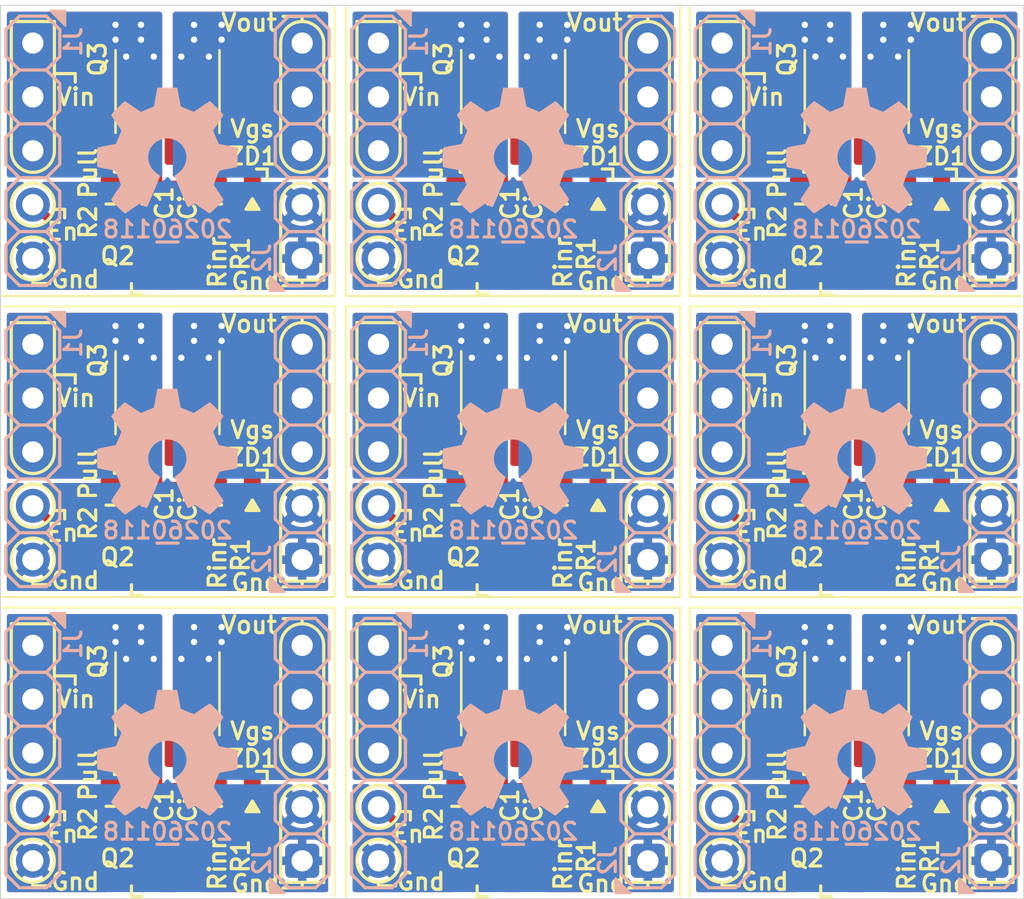
<source format=kicad_pcb>
(kicad_pcb (version 20241229) (generator "pcbnew") (generator_version "9.0")
  (layers (0 "F.Cu" mixed) (2 "B.Cu" mixed) (13 "F.Paste" user) (15 "B.Paste" user) (5 "F.SilkS" user "F.Silkscreen") (7 "B.SilkS" user "B.Silkscreen") (1 "F.Mask" user) (3 "B.Mask" user) (25 "Edge.Cuts" user))
  (net 0 "")
  (net 1 "/VIN")
  (net 2 "/EN")
  (net 3 "/GND")
  (net 4 "/VOUT")
  (net 5 "Net-(Q2-D)")
  (net 6 "Net-(Q3-G1)")
  (net 7 "/Sources")
  (footprint "SquantorResistor:R_0603_hand" (layer "F.Cu") (at 41.474 29.368 -90)
    (property "Reference" "R2")
    (property "Value" "Pull")
  )
  (footprint "SquantorIC:SOT23-3" (layer "F.Cu") (at 44.174 60.218 90)
    (property "Reference" "Q2")
    (property "Value" "NMOS")
  )
  (footprint "SquantorCapacitor:C_0603" (layer "F.Cu") (at 26.524 43.568 -90)
    (property "Reference" "C1")
    (property "Value" "Cinr")
  )
  (footprint "SquantorIC:SOT23-3" (layer "F.Cu") (at 44.174 46.018 90)
    (property "Reference" "Q2")
    (property "Value" "NMOS")
  )
  (footprint "SquantorResistor:R_0603_hand" (layer "F.Cu") (at 62.724 43.568 -90)
    (property "Reference" "R1")
    (property "Value" "Rinr")
  )
  (footprint "SquantorResistor:R_0603_hand" (layer "F.Cu") (at 30.224 29.368 -90)
    (property "Reference" "R1")
    (property "Value" "Rinr")
  )
  (footprint "SquantorIC:SOT23-3" (layer "F.Cu") (at 60.374 60.218 90)
    (property "Reference" "Q2")
    (property "Value" "NMOS")
  )
  (footprint "SquantorResistor:R_0603_hand" (layer "F.Cu") (at 57.674 43.568 -90)
    (property "Reference" "R2")
    (property "Value" "Pull")
  )
  (footprint "SquantorResistor:R_0603_hand" (layer "F.Cu") (at 41.474 57.768 -90)
    (property "Reference" "R2")
    (property "Value" "Pull")
  )
  (footprint "SquantorResistor:R_0603_hand" (layer "F.Cu") (at 30.224 57.768 -90)
    (property "Reference" "R1")
    (property "Value" "Rinr")
  )
  (footprint "SquantorIC:SOT23-3" (layer "F.Cu") (at 27.874 31.818 90)
    (property "Reference" "Q2")
    (property "Value" "NMOS")
  )
  (footprint "SquantorIC:SOT23-3" (layer "F.Cu") (at 27.874 46.018 90)
    (property "Reference" "Q2")
    (property "Value" "NMOS")
  )
  (footprint "SquantorDiodes:SOD-323-nexperia-hand" (layer "F.Cu") (at 64.374 43.618 -90)
    (property "Reference" "ZD1")
    (property "Value" "Vgs")
  )
  (footprint "SquantorCapacitor:C_0603" (layer "F.Cu") (at 59.024 57.768 -90)
    (property "Reference" "C1")
    (property "Value" "Cinr")
  )
  (footprint "SquantorResistor:R_0603_hand" (layer "F.Cu") (at 41.474 43.568 -90)
    (property "Reference" "R2")
    (property "Value" "Pull")
  )
  (footprint "SquantorResistor:R_0603_hand" (layer "F.Cu") (at 25.174 43.568 -90)
    (property "Reference" "R2")
    (property "Value" "Pull")
  )
  (footprint "SquantorResistor:R_0603_hand" (layer "F.Cu") (at 46.524 57.768 -90)
    (property "Reference" "R1")
    (property "Value" "Rinr")
  )
  (footprint "SquantorDiodes:SOD-323-nexperia-hand" (layer "F.Cu") (at 31.874 57.818 -90)
    (property "Reference" "ZD1")
    (property "Value" "Vgs")
  )
  (footprint "SquantorCapacitor:C_0603" (layer "F.Cu") (at 42.824 43.568 -90)
    (property "Reference" "C1")
    (property "Value" "Cinr")
  )
  (footprint "SquantorIC:SOIC-8" (layer "F.Cu") (at 60.374 38.264 90)
    (property "Reference" "Q3")
    (property "Value" "Q_PMOS_DUAL")
  )
  (footprint "SquantorDiodes:SOD-323-nexperia-hand" (layer "F.Cu") (at 64.374 57.818 -90)
    (property "Reference" "ZD1")
    (property "Value" "Vgs")
  )
  (footprint "SquantorResistor:R_0603_hand" (layer "F.Cu") (at 62.724 29.368 -90)
    (property "Reference" "R1")
    (property "Value" "Rinr")
  )
  (footprint "SquantorIC:SOIC-8" (layer "F.Cu") (at 44.174 52.464 90)
    (property "Reference" "Q3")
    (property "Value" "Q_PMOS_DUAL")
  )
  (footprint "SquantorResistor:R_0603_hand" (layer "F.Cu") (at 57.674 29.368 -90)
    (property "Reference" "R2")
    (property "Value" "Pull")
  )
  (footprint "SquantorIC:SOT23-3" (layer "F.Cu") (at 60.374 46.018 90)
    (property "Reference" "Q2")
    (property "Value" "NMOS")
  )
  (footprint "SquantorIC:SOT23-3" (layer "F.Cu") (at 60.374 31.818 90)
    (property "Reference" "Q2")
    (property "Value" "NMOS")
  )
  (footprint "SquantorDiodes:SOD-323-nexperia-hand" (layer "F.Cu") (at 48.174 29.418 -90)
    (property "Reference" "ZD1")
    (property "Value" "Vgs")
  )
  (footprint "SquantorIC:SOT23-3" (layer "F.Cu") (at 27.874 60.218 90)
    (property "Reference" "Q2")
    (property "Value" "NMOS")
  )
  (footprint "SquantorDiodes:SOD-323-nexperia-hand" (layer "F.Cu") (at 48.174 57.818 -90)
    (property "Reference" "ZD1")
    (property "Value" "Vgs")
  )
  (footprint "SquantorResistor:R_0603_hand" (layer "F.Cu") (at 25.174 57.768 -90)
    (property "Reference" "R2")
    (property "Value" "Pull")
  )
  (footprint "SquantorCapacitor:C_0603" (layer "F.Cu") (at 59.024 43.568 -90)
    (property "Reference" "C1")
    (property "Value" "Cinr")
  )
  (footprint "SquantorIC:SOIC-8" (layer "F.Cu") (at 27.874 38.264 90)
    (property "Reference" "Q3")
    (property "Value" "Q_PMOS_DUAL")
  )
  (footprint "SquantorResistor:R_0603_hand" (layer "F.Cu") (at 62.724 57.768 -90)
    (property "Reference" "R1")
    (property "Value" "Rinr")
  )
  (footprint "SquantorCapacitor:C_0603" (layer "F.Cu") (at 42.824 29.368 -90)
    (property "Reference" "C1")
    (property "Value" "Cinr")
  )
  (footprint "SquantorCapacitor:C_0603" (layer "F.Cu") (at 26.524 29.368 -90)
    (property "Reference" "C1")
    (property "Value" "Cinr")
  )
  (footprint "SquantorIC:SOIC-8" (layer "F.Cu") (at 60.374 52.464 90)
    (property "Reference" "Q3")
    (property "Value" "Q_PMOS_DUAL")
  )
  (footprint "SquantorDiodes:SOD-323-nexperia-hand" (layer "F.Cu") (at 31.874 43.618 -90)
    (property "Reference" "ZD1")
    (property "Value" "Vgs")
  )
  (footprint "SquantorIC:SOIC-8" (layer "F.Cu") (at 60.374 24.064 90)
    (property "Reference" "Q3")
    (property "Value" "Q_PMOS_DUAL")
  )
  (footprint "SquantorCapacitor:C_0603" (layer "F.Cu") (at 59.024 29.368 -90)
    (property "Reference" "C1")
    (property "Value" "Cinr")
  )
  (footprint "SquantorIC:SOIC-8" (layer "F.Cu") (at 44.174 24.064 90)
    (property "Reference" "Q3")
    (property "Value" "Q_PMOS_DUAL")
  )
  (footprint "SquantorResistor:R_0603_hand" (layer "F.Cu") (at 46.524 43.568 -90)
    (property "Reference" "R1")
    (property "Value" "Rinr")
  )
  (footprint "SquantorIC:SOT23-3" (layer "F.Cu") (at 44.174 31.818 90)
    (property "Reference" "Q2")
    (property "Value" "NMOS")
  )
  (footprint "SquantorResistor:R_0603_hand" (layer "F.Cu") (at 46.524 29.368 -90)
    (property "Reference" "R1")
    (property "Value" "Rinr")
  )
  (footprint "SquantorDiodes:SOD-323-nexperia-hand" (layer "F.Cu") (at 48.174 43.618 -90)
    (property "Reference" "ZD1")
    (property "Value" "Vgs")
  )
  (footprint "SquantorIC:SOIC-8" (layer "F.Cu") (at 27.874 24.064 90)
    (property "Reference" "Q3")
    (property "Value" "Q_PMOS_DUAL")
  )
  (footprint "SquantorIC:SOIC-8" (layer "F.Cu") (at 27.874 52.464 90)
    (property "Reference" "Q3")
    (property "Value" "Q_PMOS_DUAL")
  )
  (footprint "SquantorResistor:R_0603_hand" (layer "F.Cu") (at 30.224 43.568 -90)
    (property "Reference" "R1")
    (property "Value" "Rinr")
  )
  (footprint "SquantorResistor:R_0603_hand" (layer "F.Cu") (at 57.674 57.768 -90)
    (property "Reference" "R2")
    (property "Value" "Pull")
  )
  (footprint "SquantorResistor:R_0603_hand" (layer "F.Cu") (at 25.174 29.368 -90)
    (property "Reference" "R2")
    (property "Value" "Pull")
  )
  (footprint "SquantorDiodes:SOD-323-nexperia-hand" (layer "F.Cu") (at 64.374 29.418 -90)
    (property "Reference" "ZD1")
    (property "Value" "Vgs")
  )
  (footprint "SquantorCapacitor:C_0603" (layer "F.Cu") (at 42.824 57.768 -90)
    (property "Reference" "C1")
    (property "Value" "Cinr")
  )
  (footprint "SquantorCapacitor:C_0603" (layer "F.Cu") (at 26.524 57.768 -90)
    (property "Reference" "C1")
    (property "Value" "Cinr")
  )
  (footprint "SquantorIC:SOIC-8" (layer "F.Cu") (at 44.174 38.264 90)
    (property "Reference" "Q3")
    (property "Value" "Q_PMOS_DUAL")
  )
  (footprint "SquantorDiodes:SOD-323-nexperia-hand" (layer "F.Cu") (at 31.874 29.418 -90)
    (property "Reference" "ZD1")
    (property "Value" "Vgs")
  )
  (footprint "SquantorLabels:Label_Generic" (layer "B.Cu") (at 27.874 30.558 180)
    (property "Reference" "N1" (hide yes))
    (property "Value" "20260118")
  )
  (footprint "Symbol:OSHW-Symbol_6.7x6mm_SilkScreen" (layer "B.Cu") (at 27.874 26.858 180)
    (property "Reference" "N2" (hide yes))
    (property "Value" "OHWLOGO" (hide yes))
  )
  (footprint "SquantorConnectors:Header-0254-1X05-H010" (layer "B.Cu") (at 54.024 28.128 -90)
    (property "Reference" "J1")
    (property "Value" "Conn_01x05")
  )
  (footprint "SquantorConnectors:Header-0254-1X05-H010" (layer "B.Cu") (at 50.524 39.788 90)
    (property "Reference" "J2")
    (property "Value" "Conn_01x05")
  )
  (footprint "SquantorConnectors:Header-0254-1X05-H010" (layer "B.Cu") (at 37.824 28.128 -90)
    (property "Reference" "J1")
    (property "Value" "Conn_01x05")
  )
  (footprint "SquantorLabels:Label_Generic" (layer "B.Cu") (at 27.874 58.958 180)
    (property "Reference" "N1" (hide yes))
    (property "Value" "20260118")
  )
  (footprint "SquantorConnectors:Header-0254-1X05-H010" (layer "B.Cu") (at 21.524 42.328 -90)
    (property "Reference" "J1")
    (property "Value" "Conn_01x05")
  )
  (footprint "Symbol:OSHW-Symbol_6.7x6mm_SilkScreen" (layer "B.Cu") (at 44.174 26.858 180)
    (property "Reference" "N2" (hide yes))
    (property "Value" "OHWLOGO" (hide yes))
  )
  (footprint "SquantorLabels:Label_Generic" (layer "B.Cu") (at 44.174 30.558 180)
    (property "Reference" "N1" (hide yes))
    (property "Value" "20260118")
  )
  (footprint "SquantorConnectors:Header-0254-1X05-H010" (layer "B.Cu") (at 34.224 53.988 90)
    (property "Reference" "J2")
    (property "Value" "Conn_01x05")
  )
  (footprint "Symbol:OSHW-Symbol_6.7x6mm_SilkScreen" (layer "B.Cu") (at 60.374 26.858 180)
    (property "Reference" "N2" (hide yes))
    (property "Value" "OHWLOGO" (hide yes))
  )
  (footprint "SquantorConnectors:Header-0254-1X05-H010" (layer "B.Cu") (at 21.524 56.528 -90)
    (property "Reference" "J1")
    (property "Value" "Conn_01x05")
  )
  (footprint "SquantorConnectors:Header-0254-1X05-H010" (layer "B.Cu") (at 50.524 53.988 90)
    (property "Reference" "J2")
    (property "Value" "Conn_01x05")
  )
  (footprint "Symbol:OSHW-Symbol_6.7x6mm_SilkScreen" (layer "B.Cu") (at 27.874 41.058 180)
    (property "Reference" "N2" (hide yes))
    (property "Value" "OHWLOGO" (hide yes))
  )
  (footprint "SquantorConnectors:Header-0254-1X05-H010" (layer "B.Cu") (at 37.824 56.528 -90)
    (property "Reference" "J1")
    (property "Value" "Conn_01x05")
  )
  (footprint "SquantorConnectors:Header-0254-1X05-H010" (layer "B.Cu") (at 50.524 25.588 90)
    (property "Reference" "J2")
    (property "Value" "Conn_01x05")
  )
  (footprint "SquantorLabels:Label_Generic" (layer "B.Cu") (at 60.374 30.558 180)
    (property "Reference" "N1" (hide yes))
    (property "Value" "20260118")
  )
  (footprint "SquantorConnectors:Header-0254-1X05-H010" (layer "B.Cu") (at 54.024 56.528 -90)
    (property "Reference" "J1")
    (property "Value" "Conn_01x05")
  )
  (footprint "SquantorLabels:Label_Generic" (layer "B.Cu") (at 44.174 58.958 180)
    (property "Reference" "N1" (hide yes))
    (property "Value" "20260118")
  )
  (footprint "Symbol:OSHW-Symbol_6.7x6mm_SilkScreen" (layer "B.Cu") (at 60.374 55.258 180)
    (property "Reference" "N2" (hide yes))
    (property "Value" "OHWLOGO" (hide yes))
  )
  (footprint "SquantorLabels:Label_Generic" (layer "B.Cu") (at 27.874 44.758 180)
    (property "Reference" "N1" (hide yes))
    (property "Value" "20260118")
  )
  (footprint "SquantorLabels:Label_Generic" (layer "B.Cu") (at 60.374 58.958 180)
    (property "Reference" "N1" (hide yes))
    (property "Value" "20260118")
  )
  (footprint "SquantorConnectors:Header-0254-1X05-H010" (layer "B.Cu") (at 34.224 25.588 90)
    (property "Reference" "J2")
    (property "Value" "Conn_01x05")
  )
  (footprint "SquantorLabels:Label_Generic" (layer "B.Cu") (at 60.374 44.758 180)
    (property "Reference" "N1" (hide yes))
    (property "Value" "20260118")
  )
  (footprint "SquantorConnectors:Header-0254-1X05-H010" (layer "B.Cu") (at 66.724 25.588 90)
    (property "Reference" "J2")
    (property "Value" "Conn_01x05")
  )
  (footprint "Symbol:OSHW-Symbol_6.7x6mm_SilkScreen" (layer "B.Cu") (at 27.874 55.258 180)
    (property "Reference" "N2" (hide yes))
    (property "Value" "OHWLOGO" (hide yes))
  )
  (footprint "SquantorConnectors:Header-0254-1X05-H010" (layer "B.Cu") (at 21.524 28.128 -90)
    (property "Reference" "J1")
    (property "Value" "Conn_01x05")
  )
  (footprint "SquantorConnectors:Header-0254-1X05-H010" (layer "B.Cu") (at 54.024 42.328 -90)
    (property "Reference" "J1")
    (property "Value" "Conn_01x05")
  )
  (footprint "SquantorConnectors:Header-0254-1X05-H010" (layer "B.Cu") (at 34.224 39.788 90)
    (property "Reference" "J2")
    (property "Value" "Conn_01x05")
  )
  (footprint "SquantorConnectors:Header-0254-1X05-H010" (layer "B.Cu") (at 66.724 53.988 90)
    (property "Reference" "J2")
    (property "Value" "Conn_01x05")
  )
  (footprint "SquantorConnectors:Header-0254-1X05-H010" (layer "B.Cu") (at 37.824 42.328 -90)
    (property "Reference" "J1")
    (property "Value" "Conn_01x05")
  )
  (footprint "Symbol:OSHW-Symbol_6.7x6mm_SilkScreen" (layer "B.Cu") (at 44.174 41.058 180)
    (property "Reference" "N2" (hide yes))
    (property "Value" "OHWLOGO" (hide yes))
  )
  (footprint "Symbol:OSHW-Symbol_6.7x6mm_SilkScreen" (layer "B.Cu") (at 60.374 41.058 180)
    (property "Reference" "N2" (hide yes))
    (property "Value" "OHWLOGO" (hide yes))
  )
  (footprint "Symbol:OSHW-Symbol_6.7x6mm_SilkScreen" (layer "B.Cu") (at 44.174 55.258 180)
    (property "Reference" "N2" (hide yes))
    (property "Value" "OHWLOGO" (hide yes))
  )
  (footprint "SquantorConnectors:Header-0254-1X05-H010" (layer "B.Cu") (at 66.724 39.788 90)
    (property "Reference" "J2")
    (property "Value" "Conn_01x05")
  )
  (footprint "SquantorLabels:Label_Generic" (layer "B.Cu") (at 44.174 44.758 180)
    (property "Reference" "N1" (hide yes))
    (property "Value" "20260118")
  )
  (gr_line (start 54.024 47.154) (end 54.024 47.318) (stroke (width 0.15)) (layer "F.SilkS"))
  (gr_line (start 39.824 23.218) (end 38.924 23.218) (stroke (width 0.15)) (layer "F.SilkS"))
  (gr_line (start 36.808 49.162) (end 38.84 49.162) (stroke (width 0.15)) (layer "F.SilkS"))
  (gr_circle (center 21.524 46.138) (end 22.54 46.138) (stroke (width 0.15)) (fill no) (layer "F.SilkS"))
  (gr_line (start 51.54 50.178) (end 51.54 55.258) (stroke (width 0.15)) (layer "F.SilkS"))
  (gr_arc (start 65.708 43.598) (mid 66.724 42.582) (end 67.74 43.598) (stroke (width 0.15)) (layer "F.SilkS"))
  (gr_line (start 66.724 47.154) (end 66.724 47.418) (stroke (width 0.15)) (layer "F.SilkS"))
  (gr_arc (start 33.208 57.798) (mid 34.224 56.782) (end 35.24 57.798) (stroke (width 0.15)) (layer "F.SilkS"))
  (gr_line (start 23.524 23.618) (end 23.524 23.218) (stroke (width 0.15)) (layer "F.SilkS"))
  (gr_line (start 49.508 50.178) (end 49.508 55.258) (stroke (width 0.15)) (layer "F.SilkS"))
  (gr_line (start 50.524 47.154) (end 50.524 47.418) (stroke (width 0.15)) (layer "F.SilkS"))
  (gr_line (start 55.524 29.618) (end 55.524 30.018) (stroke (width 0.15)) (layer "F.SilkS"))
  (gr_line (start 22.524 43.818) (end 23.024 43.818) (stroke (width 0.15)) (layer "F.SilkS"))
  (gr_line (start 21.524 47.318) (end 22.324 47.318) (stroke (width 0.15)) (layer "F.SilkS"))
  (gr_line (start 52.05 47.9) (end 36.3 47.9) (stroke (width 0.1)) (layer "F.SilkS"))
  (gr_line (start 23.024 43.818) (end 23.024 44.218) (stroke (width 0.15)) (layer "F.SilkS"))
  (gr_line (start 56.024 51.618) (end 55.124 51.618) (stroke (width 0.15)) (layer "F.SilkS"))
  (gr_line (start 65.824 20.518) (end 66.724 20.518) (stroke (width 0.15)) (layer "F.SilkS"))
  (gr_line (start 38.824 29.618) (end 39.324 29.618) (stroke (width 0.15)) (layer "F.SilkS"))
  (gr_circle (center 21.524 31.938) (end 22.54 31.938) (stroke (width 0.15)) (fill no) (layer "F.SilkS"))
  (gr_line (start 66.724 32.954) (end 66.724 33.218) (stroke (width 0.15)) (layer "F.SilkS"))
  (gr_line (start 65.708 32.954) (end 65.708 29.398) (stroke (width 0.15)) (layer "F.SilkS"))
  (gr_line (start 23.524 23.218) (end 22.624 23.218) (stroke (width 0.15)) (layer "F.SilkS"))
  (gr_line (start 20.508 49.162) (end 20.508 55.258) (stroke (width 0.15)) (layer "F.SilkS"))
  (gr_line (start 33.208 21.778) (end 33.208 26.858) (stroke (width 0.15)) (layer "F.SilkS"))
  (gr_line (start 37.824 47.154) (end 37.824 47.318) (stroke (width 0.15)) (layer "F.SilkS"))
  (gr_arc (start 65.708 21.778) (mid 66.724 20.762) (end 67.74 21.778) (stroke (width 0.15)) (layer "F.SilkS"))
  (gr_line (start 54.024 47.318) (end 54.824 47.318) (stroke (width 0.15)) (layer "F.SilkS"))
  (gr_line (start 20.1 48.4) (end 35.75 48.4) (stroke (width 0.1)) (layer "F.SilkS"))
  (gr_arc (start 33.208 29.398) (mid 34.224 28.382) (end 35.24 29.398) (stroke (width 0.15)) (layer "F.SilkS"))
  (gr_line (start 33.208 32.954) (end 35.24 32.954) (stroke (width 0.15)) (layer "F.SilkS"))
  (gr_line (start 53.008 49.162) (end 53.008 55.258) (stroke (width 0.15)) (layer "F.SilkS"))
  (gr_line (start 35.24 47.154) (end 35.24 43.598) (stroke (width 0.15)) (layer "F.SilkS"))
  (gr_line (start 55.024 29.618) (end 55.524 29.618) (stroke (width 0.15)) (layer "F.SilkS"))
  (gr_arc (start 49.508 50.178) (mid 50.524 49.162) (end 51.54 50.178) (stroke (width 0.15)) (layer "F.SilkS"))
  (gr_line (start 36.808 49.162) (end 36.808 55.258) (stroke (width 0.15)) (layer "F.SilkS"))
  (gr_line (start 49.508 47.154) (end 51.54 47.154) (stroke (width 0.15)) (layer "F.SilkS"))
  (gr_line (start 50.524 61.354) (end 50.524 61.618) (stroke (width 0.15)) (layer "F.SilkS"))
  (gr_line (start 51.54 21.778) (end 51.54 26.858) (stroke (width 0.15)) (layer "F.SilkS"))
  (gr_circle (center 37.824 57.798) (end 38.84 57.798) (stroke (width 0.15)) (fill no) (layer "F.SilkS"))
  (gr_line (start 39.324 29.618) (end 39.324 30.018) (stroke (width 0.15)) (layer "F.SilkS"))
  (gr_arc (start 38.84 41.058) (mid 37.824 42.074) (end 36.808 41.058) (stroke (width 0.15)) (layer "F.SilkS"))
  (gr_line (start 22.524 29.618) (end 23.024 29.618) (stroke (width 0.15)) (layer "F.SilkS"))
  (gr_line (start 34.224 61.354) (end 34.224 61.618) (stroke (width 0.15)) (layer "F.SilkS"))
  (gr_arc (start 49.508 43.598) (mid 50.524 42.582) (end 51.54 43.598) (stroke (width 0.15)) (layer "F.SilkS"))
  (gr_line (start 38.84 55.258) (end 38.84 49.162) (stroke (width 0.15)) (layer "F.SilkS"))
  (gr_line (start 21.524 61.354) (end 21.524 61.518) (stroke (width 0.15)) (layer "F.SilkS"))
  (gr_line (start 36.3 47.9) (end 36.3 34.2) (stroke (width 0.1)) (layer "F.SilkS"))
  (gr_line (start 66.724 33.218) (end 65.824 33.218) (stroke (width 0.15)) (layer "F.SilkS"))
  (gr_arc (start 49.508 29.398) (mid 50.524 28.382) (end 51.54 29.398) (stroke (width 0.15)) (layer "F.SilkS"))
  (gr_arc (start 49.508 21.778) (mid 50.524 20.762) (end 51.54 21.778) (stroke (width 0.15)) (layer "F.SilkS"))
  (gr_line (start 34.224 48.918) (end 34.224 49.162) (stroke (width 0.15)) (layer "F.SilkS"))
  (gr_line (start 65.708 61.354) (end 65.708 57.798) (stroke (width 0.15)) (layer "F.SilkS"))
  (gr_line (start 34.224 20.518) (end 34.224 20.762) (stroke (width 0.15)) (layer "F.SilkS"))
  (gr_line (start 49.624 48.918) (end 50.524 48.918) (stroke (width 0.15)) (layer "F.SilkS"))
  (gr_arc (start 35.24 26.858) (mid 34.224 27.874) (end 33.208 26.858) (stroke (width 0.15)) (layer "F.SilkS"))
  (gr_arc (start 65.708 35.978) (mid 66.724 34.962) (end 67.74 35.978) (stroke (width 0.15)) (layer "F.SilkS"))
  (gr_line (start 35.24 32.954) (end 35.24 29.398) (stroke (width 0.15)) (layer "F.SilkS"))
  (gr_circle (center 54.024 46.138) (end 55.04 46.138) (stroke (width 0.15)) (fill no) (layer "F.SilkS"))
  (gr_arc (start 38.84 26.858) (mid 37.824 27.874) (end 36.808 26.858) (stroke (width 0.15)) (layer "F.SilkS"))
  (gr_line (start 53.008 49.162) (end 55.04 49.162) (stroke (width 0.15)) (layer "F.SilkS"))
  (gr_line (start 35.24 35.978) (end 35.24 41.058) (stroke (width 0.15)) (layer "F.SilkS"))
  (gr_line (start 36.808 20.762) (end 38.84 20.762) (stroke (width 0.15)) (layer "F.SilkS"))
  (gr_circle (center 37.824 43.598) (end 38.84 43.598) (stroke (width 0.15)) (fill no) (layer "F.SilkS"))
  (gr_arc (start 33.208 50.178) (mid 34.224 49.162) (end 35.24 50.178) (stroke (width 0.15)) (layer "F.SilkS"))
  (gr_line (start 52.5 33.7) (end 68.15 33.7) (stroke (width 0.1)) (layer "F.SilkS"))
  (gr_line (start 33.208 35.978) (end 33.208 41.058) (stroke (width 0.15)) (layer "F.SilkS"))
  (gr_circle (center 54.024 31.938) (end 55.04 31.938) (stroke (width 0.15)) (fill no) (layer "F.SilkS"))
  (gr_line (start 50.524 61.618) (end 49.624 61.618) (stroke (width 0.15)) (layer "F.SilkS"))
  (gr_line (start 33.208 61.354) (end 33.208 57.798) (stroke (width 0.15)) (layer "F.SilkS"))
  (gr_line (start 67.74 21.778) (end 67.74 26.858) (stroke (width 0.15)) (layer "F.SilkS"))
  (gr_line (start 37.824 32.954) (end 37.824 33.118) (stroke (width 0.15)) (layer "F.SilkS"))
  (gr_line (start 49.624 20.518) (end 50.524 20.518) (stroke (width 0.15)) (layer "F.SilkS"))
  (gr_line (start 35.75 47.9) (end 20.1 47.9) (stroke (width 0.1)) (layer "F.SilkS"))
  (gr_line (start 53.008 20.762) (end 53.008 26.858) (stroke (width 0.15)) (layer "F.SilkS"))
  (gr_circle (center 37.824 31.938) (end 38.84 31.938) (stroke (width 0.15)) (fill no) (layer "F.SilkS"))
  (gr_line (start 37.824 47.318) (end 38.624 47.318) (stroke (width 0.15)) (layer "F.SilkS"))
  (gr_line (start 38.824 43.818) (end 39.324 43.818) (stroke (width 0.15)) (layer "F.SilkS"))
  (gr_line (start 66.724 34.718) (end 66.724 34.962) (stroke (width 0.15)) (layer "F.SilkS"))
  (gr_arc (start 35.24 41.058) (mid 34.224 42.074) (end 33.208 41.058) (stroke (width 0.15)) (layer "F.SilkS"))
  (gr_line (start 37.824 61.354) (end 37.824 61.518) (stroke (width 0.15)) (layer "F.SilkS"))
  (gr_line (start 23.524 51.618) (end 22.624 51.618) (stroke (width 0.15)) (layer "F.SilkS"))
  (gr_line (start 51.54 35.978) (end 51.54 41.058) (stroke (width 0.15)) (layer "F.SilkS"))
  (gr_arc (start 49.508 57.798) (mid 50.524 56.782) (end 51.54 57.798) (stroke (width 0.15)) (layer "F.SilkS"))
  (gr_line (start 34.224 61.618) (end 33.324 61.618) (stroke (width 0.15)) (layer "F.SilkS"))
  (gr_line (start 65.708 21.778) (end 65.708 26.858) (stroke (width 0.15)) (layer "F.SilkS"))
  (gr_line (start 34.224 32.954) (end 34.224 33.218) (stroke (width 0.15)) (layer "F.SilkS"))
  (gr_arc (start 38.84 55.258) (mid 37.824 56.274) (end 36.808 55.258) (stroke (width 0.15)) (layer "F.SilkS"))
  (gr_arc (start 22.54 41.058) (mid 21.524 42.074) (end 20.508 41.058) (stroke (width 0.15)) (layer "F.SilkS"))
  (gr_line (start 22.524 58.018) (end 23.024 58.018) (stroke (width 0.15)) (layer "F.SilkS"))
  (gr_line (start 65.708 61.354) (end 67.74 61.354) (stroke (width 0.15)) (layer "F.SilkS"))
  (gr_line (start 56.024 52.018) (end 56.024 51.618) (stroke (width 0.15)) (layer "F.SilkS"))
  (gr_arc (start 65.708 57.798) (mid 66.724 56.782) (end 67.74 57.798) (stroke (width 0.15)) (layer "F.SilkS"))
  (gr_line (start 36.3 33.7) (end 52.05 33.7) (stroke (width 0.1)) (layer "F.SilkS"))
  (gr_circle (center 37.824 29.398) (end 38.84 29.398) (stroke (width 0.15)) (fill no) (layer "F.SilkS"))
  (gr_line (start 35.75 48.4) (end 35.75 62) (stroke (width 0.1)) (layer "F.SilkS"))
  (gr_arc (start 33.208 21.778) (mid 34.224 20.762) (end 35.24 21.778) (stroke (width 0.15)) (layer "F.SilkS"))
  (gr_line (start 33.324 34.718) (end 34.224 34.718) (stroke (width 0.15)) (layer "F.SilkS"))
  (gr_line (start 39.324 58.018) (end 39.324 58.418) (stroke (width 0.15)) (layer "F.SilkS"))
  (gr_line (start 21.524 47.154) (end 21.524 47.318) (stroke (width 0.15)) (layer "F.SilkS"))
  (gr_line (start 49.508 32.954) (end 51.54 32.954) (stroke (width 0.15)) (layer "F.SilkS"))
  (gr_line (start 66.724 61.618) (end 65.824 61.618) (stroke (width 0.15)) (layer "F.SilkS"))
  (gr_circle (center 54.024 57.798) (end 55.04 57.798) (stroke (width 0.15)) (fill no) (layer "F.SilkS"))
  (gr_line (start 54.024 61.518) (end 54.824 61.518) (stroke (width 0.15)) (layer "F.SilkS"))
  (gr_line (start 56.024 37.818) (end 56.024 37.418) (stroke (width 0.15)) (layer "F.SilkS"))
  (gr_line (start 35.75 34.2) (end 35.75 47.9) (stroke (width 0.1)) (layer "F.SilkS"))
  (gr_line (start 53.008 20.762) (end 55.04 20.762) (stroke (width 0.15)) (layer "F.SilkS"))
  (gr_line (start 55.524 43.818) (end 55.524 44.218) (stroke (width 0.15)) (layer "F.SilkS"))
  (gr_line (start 65.708 50.178) (end 65.708 55.258) (stroke (width 0.15)) (layer "F.SilkS"))
  (gr_line (start 20.508 34.962) (end 20.508 41.058) (stroke (width 0.15)) (layer "F.SilkS"))
  (gr_line (start 65.708 35.978) (end 65.708 41.058) (stroke (width 0.15)) (layer "F.SilkS"))
  (gr_circle (center 21.524 43.598) (end 22.54 43.598) (stroke (width 0.15)) (fill no) (layer "F.SilkS"))
  (gr_line (start 22.54 55.258) (end 22.54 49.162) (stroke (width 0.15)) (layer "F.SilkS"))
  (gr_line (start 65.824 48.918) (end 66.724 48.918) (stroke (width 0.15)) (layer "F.SilkS"))
  (gr_line (start 49.508 61.354) (end 51.54 61.354) (stroke (width 0.15)) (layer "F.SilkS"))
  (gr_line (start 38.84 41.058) (end 38.84 34.962) (stroke (width 0.15)) (layer "F.SilkS"))
  (gr_line (start 66.724 48.918) (end 66.724 49.162) (stroke (width 0.15)) (layer "F.SilkS"))
  (gr_line (start 39.824 37.818) (end 39.824 37.418) (stroke (width 0.15)) (layer "F.SilkS"))
  (gr_line (start 39.324 43.818) (end 39.324 44.218) (stroke (width 0.15)) (layer "F.SilkS"))
  (gr_line (start 35.24 61.354) (end 35.24 57.798) (stroke (width 0.15)) (layer "F.SilkS"))
  (gr_arc (start 67.74 41.058) (mid 66.724 42.074) (end 65.708 41.058) (stroke (width 0.15)) (layer "F.SilkS"))
  (gr_line (start 52.5 48.4) (end 52.5 62) (stroke (width 0.1)) (layer "F.SilkS"))
  (gr_line (start 67.74 61.354) (end 67.74 57.798) (stroke (width 0.15)) (layer "F.SilkS"))
  (gr_line (start 49.508 21.778) (end 49.508 26.858) (stroke (width 0.15)) (layer "F.SilkS"))
  (gr_line (start 55.024 58.018) (end 55.524 58.018) (stroke (width 0.15)) (layer "F.SilkS"))
  (gr_line (start 56.024 23.218) (end 55.124 23.218) (stroke (width 0.15)) (layer "F.SilkS"))
  (gr_line (start 34.224 33.218) (end 33.324 33.218) (stroke (width 0.15)) (layer "F.SilkS"))
  (gr_line (start 65.824 34.718) (end 66.724 34.718) (stroke (width 0.15)) (layer "F.SilkS"))
  (gr_circle (center 21.524 57.798) (end 22.54 57.798) (stroke (width 0.15)) (fill no) (layer "F.SilkS"))
  (gr_line (start 49.508 61.354) (end 49.508 57.798) (stroke (width 0.15)) (layer "F.SilkS"))
  (gr_line (start 67.74 32.954) (end 67.74 29.398) (stroke (width 0.15)) (layer "F.SilkS"))
  (gr_line (start 52.05 33.7) (end 52.05 20.1) (stroke (width 0.1)) (layer "F.SilkS"))
  (gr_line (start 68.15 48.4) (end 52.5 48.4) (stroke (width 0.1)) (layer "F.SilkS"))
  (gr_line (start 34.224 34.718) (end 34.224 34.962) (stroke (width 0.15)) (layer "F.SilkS"))
  (gr_line (start 50.524 47.418) (end 49.624 47.418) (stroke (width 0.15)) (layer "F.SilkS"))
  (gr_line (start 33.208 50.178) (end 33.208 55.258) (stroke (width 0.15)) (layer "F.SilkS"))
  (gr_line (start 67.74 50.178) (end 67.74 55.258) (stroke (width 0.15)) (layer "F.SilkS"))
  (gr_line (start 49.508 35.978) (end 49.508 41.058) (stroke (width 0.15)) (layer "F.SilkS"))
  (gr_line (start 54.024 32.954) (end 54.024 33.118) (stroke (width 0.15)) (layer "F.SilkS"))
  (gr_line (start 21.524 33.118) (end 22.324 33.118) (stroke (width 0.15)) (layer "F.SilkS"))
  (gr_line (start 36.808 34.962) (end 38.84 34.962) (stroke (width 0.15)) (layer "F.SilkS"))
  (gr_arc (start 51.54 26.858) (mid 50.524 27.874) (end 49.508 26.858) (stroke (width 0.15)) (layer "F.SilkS"))
  (gr_arc (start 51.54 41.058) (mid 50.524 42.074) (end 49.508 41.058) (stroke (width 0.15)) (layer "F.SilkS"))
  (gr_line (start 23.024 58.018) (end 23.024 58.418) (stroke (width 0.15)) (layer "F.SilkS"))
  (gr_line (start 51.54 61.354) (end 51.54 57.798) (stroke (width 0.15)) (layer "F.SilkS"))
  (gr_arc (start 22.54 55.258) (mid 21.524 56.274) (end 20.508 55.258) (stroke (width 0.15)) (layer "F.SilkS"))
  (gr_line (start 34.224 47.154) (end 34.224 47.418) (stroke (width 0.15)) (layer "F.SilkS"))
  (gr_line (start 50.524 20.518) (end 50.524 20.762) (stroke (width 0.15)) (layer "F.SilkS"))
  (gr_line (start 21.524 61.518) (end 22.324 61.518) (stroke (width 0.15)) (layer "F.SilkS"))
  (gr_line (start 65.708 47.154) (end 67.74 47.154) (stroke (width 0.15)) (layer "F.SilkS"))
  (gr_line (start 52.05 34.2) (end 52.05 47.9) (stroke (width 0.1)) (layer "F.SilkS"))
  (gr_line (start 50.524 34.718) (end 50.524 34.962) (stroke (width 0.15)) (layer "F.SilkS"))
  (gr_line (start 37.824 33.118) (end 38.624 33.118) (stroke (width 0.15)) (layer "F.SilkS"))
  (gr_line (start 65.708 47.154) (end 65.708 43.598) (stroke (width 0.15)) (layer "F.SilkS"))
  (gr_line (start 52.05 62) (end 52.05 48.4) (stroke (width 0.1)) (layer "F.SilkS"))
  (gr_line (start 35.75 33.7) (end 35.75 20.1) (stroke (width 0.1)) (layer "F.SilkS"))
  (gr_line (start 56.024 23.618) (end 56.024 23.218) (stroke (width 0.15)) (layer "F.SilkS"))
  (gr_line (start 52.5 20.1) (end 52.5 33.7) (stroke (width 0.1)) (layer "F.SilkS"))
  (gr_line (start 23.524 37.418) (end 22.624 37.418) (stroke (width 0.15)) (layer "F.SilkS"))
  (gr_line (start 67.74 35.978) (end 67.74 41.058) (stroke (width 0.15)) (layer "F.SilkS"))
  (gr_arc (start 55.04 41.058) (mid 54.024 42.074) (end 53.008 41.058) (stroke (width 0.15)) (layer "F.SilkS"))
  (gr_line (start 50.524 48.918) (end 50.524 49.162) (stroke (width 0.15)) (layer "F.SilkS"))
  (gr_line (start 35.24 21.778) (end 35.24 26.858) (stroke (width 0.15)) (layer "F.SilkS"))
  (gr_line (start 21.524 32.954) (end 21.524 33.118) (stroke (width 0.15)) (layer "F.SilkS"))
  (gr_line (start 23.524 52.018) (end 23.524 51.618) (stroke (width 0.15)) (layer "F.SilkS"))
  (gr_arc (start 65.708 50.178) (mid 66.724 49.162) (end 67.74 50.178) (stroke (width 0.15)) (layer "F.SilkS"))
  (gr_line (start 66.724 47.418) (end 65.824 47.418) (stroke (width 0.15)) (layer "F.SilkS"))
  (gr_line (start 23.524 37.818) (end 23.524 37.418) (stroke (width 0.15)) (layer "F.SilkS"))
  (gr_arc (start 35.24 55.258) (mid 34.224 56.274) (end 33.208 55.258) (stroke (width 0.15)) (layer "F.SilkS"))
  (gr_line (start 35.24 50.178) (end 35.24 55.258) (stroke (width 0.15)) (layer "F.SilkS"))
  (gr_line (start 50.524 32.954) (end 50.524 33.218) (stroke (width 0.15)) (layer "F.SilkS"))
  (gr_line (start 36.808 34.962) (end 36.808 41.058) (stroke (width 0.15)) (layer "F.SilkS"))
  (gr_line (start 37.824 61.518) (end 38.624 61.518) (stroke (width 0.15)) (layer "F.SilkS"))
  (gr_line (start 33.208 61.354) (end 35.24 61.354) (stroke (width 0.15)) (layer "F.SilkS"))
  (gr_line (start 49.508 47.154) (end 49.508 43.598) (stroke (width 0.15)) (layer "F.SilkS"))
  (gr_line (start 20.1 33.7) (end 35.75 33.7) (stroke (width 0.1)) (layer "F.SilkS"))
  (gr_line (start 50.524 33.218) (end 49.624 33.218) (stroke (width 0.15)) (layer "F.SilkS"))
  (gr_line (start 55.524 58.018) (end 55.524 58.418) (stroke (width 0.15)) (layer "F.SilkS"))
  (gr_arc (start 51.54 55.258) (mid 50.524 56.274) (end 49.508 55.258) (stroke (width 0.15)) (layer "F.SilkS"))
  (gr_line (start 66.724 61.354) (end 66.724 61.618) (stroke (width 0.15)) (layer "F.SilkS"))
  (gr_line (start 52.5 34.2) (end 52.5 47.9) (stroke (width 0.1)) (layer "F.SilkS"))
  (gr_arc (start 65.708 29.398) (mid 66.724 28.382) (end 67.74 29.398) (stroke (width 0.15)) (layer "F.SilkS"))
  (gr_arc (start 67.74 26.858) (mid 66.724 27.874) (end 65.708 26.858) (stroke (width 0.15)) (layer "F.SilkS"))
  (gr_line (start 51.54 32.954) (end 51.54 29.398) (stroke (width 0.15)) (layer "F.SilkS"))
  (gr_line (start 65.708 32.954) (end 67.74 32.954) (stroke (width 0.15)) (layer "F.SilkS"))
  (gr_line (start 33.324 20.518) (end 34.224 20.518) (stroke (width 0.15)) (layer "F.SilkS"))
  (gr_line (start 66.724 20.518) (end 66.724 20.762) (stroke (width 0.15)) (layer "F.SilkS"))
  (gr_line (start 22.54 41.058) (end 22.54 34.962) (stroke (width 0.15)) (layer "F.SilkS"))
  (gr_line (start 52.05 48.4) (end 36.3 48.4) (stroke (width 0.1)) (layer "F.SilkS"))
  (gr_line (start 55.024 43.818) (end 55.524 43.818) (stroke (width 0.15)) (layer "F.SilkS"))
  (gr_line (start 39.824 51.618) (end 38.924 51.618) (stroke (width 0.15)) (layer "F.SilkS"))
  (gr_circle (center 37.824 46.138) (end 38.84 46.138) (stroke (width 0.15)) (fill no) (layer "F.SilkS"))
  (gr_circle (center 54.024 43.598) (end 55.04 43.598) (stroke (width 0.15)) (fill no) (layer "F.SilkS"))
  (gr_line (start 55.04 55.258) (end 55.04 49.162) (stroke (width 0.15)) (layer "F.SilkS"))
  (gr_arc (start 55.04 55.258) (mid 54.024 56.274) (end 53.008 55.258) (stroke (width 0.15)) (layer "F.SilkS"))
  (gr_line (start 39.824 37.418) (end 38.924 37.418) (stroke (width 0.15)) (layer "F.SilkS"))
  (gr_line (start 49.624 34.718) (end 50.524 34.718) (stroke (width 0.15)) (layer "F.SilkS"))
  (gr_line (start 33.208 47.154) (end 35.24 47.154) (stroke (width 0.15)) (layer "F.SilkS"))
  (gr_arc (start 22.54 26.858) (mid 21.524 27.874) (end 20.508 26.858) (stroke (width 0.15)) (layer "F.SilkS"))
  (gr_line (start 68.15 34.2) (end 52.5 34.2) (stroke (width 0.1)) (layer "F.SilkS"))
  (gr_line (start 38.84 26.858) (end 38.84 20.762) (stroke (width 0.15)) (layer "F.SilkS"))
  (gr_line (start 55.04 41.058) (end 55.04 34.962) (stroke (width 0.15)) (layer "F.SilkS"))
  (gr_line (start 20.508 20.762) (end 20.508 26.858) (stroke (width 0.15)) (layer "F.SilkS"))
  (gr_line (start 33.324 48.918) (end 34.224 48.918) (stroke (width 0.15)) (layer "F.SilkS"))
  (gr_arc (start 33.208 43.598) (mid 34.224 42.582) (end 35.24 43.598) (stroke (width 0.15)) (layer "F.SilkS"))
  (gr_line (start 53.008 34.962) (end 55.04 34.962) (stroke (width 0.15)) (layer "F.SilkS"))
  (gr_line (start 67.74 47.154) (end 67.74 43.598) (stroke (width 0.15)) (layer "F.SilkS"))
  (gr_line (start 23.024 29.618) (end 23.024 30.018) (stroke (width 0.15)) (layer "F.SilkS"))
  (gr_line (start 54.024 33.118) (end 54.824 33.118) (stroke (width 0.15)) (layer "F.SilkS"))
  (gr_circle (center 54.024 60.338) (end 55.04 60.338) (stroke (width 0.15)) (fill no) (layer "F.SilkS"))
  (gr_line (start 36.3 34.2) (end 52.05 34.2) (stroke (width 0.1)) (layer "F.SilkS"))
  (gr_line (start 36.3 48.4) (end 36.3 62) (stroke (width 0.1)) (layer "F.SilkS"))
  (gr_line (start 22.54 26.858) (end 22.54 20.762) (stroke (width 0.15)) (layer "F.SilkS"))
  (gr_line (start 53.008 34.962) (end 53.008 41.058) (stroke (width 0.15)) (layer "F.SilkS"))
  (gr_line (start 33.208 47.154) (end 33.208 43.598) (stroke (width 0.15)) (layer "F.SilkS"))
  (gr_line (start 36.3 20.1) (end 36.3 33.7) (stroke (width 0.1)) (layer "F.SilkS"))
  (gr_line (start 54.024 61.354) (end 54.024 61.518) (stroke (width 0.15)) (layer "F.SilkS"))
  (gr_line (start 20.1 34.2) (end 35.75 34.2) (stroke (width 0.1)) (layer "F.SilkS"))
  (gr_circle (center 54.024 29.398) (end 55.04 29.398) (stroke (width 0.15)) (fill no) (layer "F.SilkS"))
  (gr_line (start 20.508 34.962) (end 22.54 34.962) (stroke (width 0.15)) (layer "F.SilkS"))
  (gr_circle (center 37.824 60.338) (end 38.84 60.338) (stroke (width 0.15)) (fill no) (layer "F.SilkS"))
  (gr_arc (start 33.208 35.978) (mid 34.224 34.962) (end 35.24 35.978) (stroke (width 0.15)) (layer "F.SilkS"))
  (gr_line (start 20.508 49.162) (end 22.54 49.162) (stroke (width 0.15)) (layer "F.SilkS"))
  (gr_line (start 20.508 20.762) (end 22.54 20.762) (stroke (width 0.15)) (layer "F.SilkS"))
  (gr_line (start 36.808 20.762) (end 36.808 26.858) (stroke (width 0.15)) (layer "F.SilkS"))
  (gr_arc (start 49.508 35.978) (mid 50.524 34.962) (end 51.54 35.978) (stroke (width 0.15)) (layer "F.SilkS"))
  (gr_arc (start 55.04 26.858) (mid 54.024 27.874) (end 53.008 26.858) (stroke (width 0.15)) (layer "F.SilkS"))
  (gr_line (start 38.824 58.018) (end 39.324 58.018) (stroke (width 0.15)) (layer "F.SilkS"))
  (gr_line (start 55.04 26.858) (end 55.04 20.762) (stroke (width 0.15)) (layer "F.SilkS"))
  (gr_circle (center 21.524 60.338) (end 22.54 60.338) (stroke (width 0.15)) (fill no) (layer "F.SilkS"))
  (gr_line (start 49.508 32.954) (end 49.508 29.398) (stroke (width 0.15)) (layer "F.SilkS"))
  (gr_arc (start 67.74 55.258) (mid 66.724 56.274) (end 65.708 55.258) (stroke (width 0.15)) (layer "F.SilkS"))
  (gr_line (start 51.54 47.154) (end 51.54 43.598) (stroke (width 0.15)) (layer "F.SilkS"))
  (gr_line (start 56.024 37.418) (end 55.124 37.418) (stroke (width 0.15)) (layer "F.SilkS"))
  (gr_circle (center 21.524 29.398) (end 22.54 29.398) (stroke (width 0.15)) (fill no) (layer "F.SilkS"))
  (gr_line (start 33.208 32.954) (end 33.208 29.398) (stroke (width 0.15)) (layer "F.SilkS"))
  (gr_line (start 34.224 47.418) (end 33.324 47.418) (stroke (width 0.15)) (layer "F.SilkS"))
  (gr_line (start 39.824 23.618) (end 39.824 23.218) (stroke (width 0.15)) (layer "F.SilkS"))
  (gr_line (start 52.5 47.9) (end 68.15 47.9) (stroke (width 0.1)) (layer "F.SilkS"))
  (gr_line (start 39.824 52.018) (end 39.824 51.618) (stroke (width 0.15)) (layer "F.SilkS"))
  (gr_rect (start 20 20) (end 68.25 62.125) (stroke (width 0.05)) (fill no) (layer "Edge.Cuts"))
  (gr_text "Vin" (at 23.556 24.318 0) (layer "F.SilkS") (effects (font (size 0.8 0.8) (thickness 0.15) (bold yes))))
  (gr_text "Vin" (at 23.556 52.718 0) (layer "F.SilkS") (effects (font (size 0.8 0.8) (thickness 0.15) (bold yes))))
  (gr_text "Gnd" (at 64.524 47.218 0) (layer "F.SilkS") (effects (font (size 0.8 0.8) (thickness 0.15) (bold yes))))
  (gr_text "En" (at 22.924 59.068 0) (layer "F.SilkS") (effects (font (size 0.8 0.8) (thickness 0.15) (bold yes))))
  (gr_text "En" (at 55.424 30.668 0) (layer "F.SilkS") (effects (font (size 0.8 0.8) (thickness 0.15) (bold yes))))
  (gr_text "Vout" (at 48.024 35.018 0) (layer "F.SilkS") (effects (font (size 0.8 0.8) (thickness 0.15) (bold yes))))
  (gr_text "Vout" (at 64.224 20.818 0) (layer "F.SilkS") (effects (font (size 0.8 0.8) (thickness 0.15) (bold yes))))
  (gr_text "Gnd" (at 56.024 61.318 0) (layer "F.SilkS") (effects (font (size 0.8 0.8) (thickness 0.15) (bold yes))))
  (gr_text "Vin" (at 56.056 52.718 0) (layer "F.SilkS") (effects (font (size 0.8 0.8) (thickness 0.15) (bold yes))))
  (gr_text "En" (at 55.424 44.868 0) (layer "F.SilkS") (effects (font (size 0.8 0.8) (thickness 0.15) (bold yes))))
  (gr_text "Vin" (at 23.556 38.518 0) (layer "F.SilkS") (effects (font (size 0.8 0.8) (thickness 0.15) (bold yes))))
  (gr_text "Gnd" (at 48.324 33.018 0) (layer "F.SilkS") (effects (font (size 0.8 0.8) (thickness 0.15) (bold yes))))
  (gr_text "Vin" (at 39.856 24.318 0) (layer "F.SilkS") (effects (font (size 0.8 0.8) (thickness 0.15) (bold yes))))
  (gr_text "Gnd" (at 56.024 47.118 0) (layer "F.SilkS") (effects (font (size 0.8 0.8) (thickness 0.15) (bold yes))))
  (gr_text "Vout" (at 64.224 49.218 0) (layer "F.SilkS") (effects (font (size 0.8 0.8) (thickness 0.15) (bold yes))))
  (gr_text "En" (at 39.224 44.868 0) (layer "F.SilkS") (effects (font (size 0.8 0.8) (thickness 0.15) (bold yes))))
  (gr_text "Vout" (at 31.724 49.218 0) (layer "F.SilkS") (effects (font (size 0.8 0.8) (thickness 0.15) (bold yes))))
  (gr_text "Gnd" (at 32.024 33.018 0) (layer "F.SilkS") (effects (font (size 0.8 0.8) (thickness 0.15) (bold yes))))
  (gr_text "Gnd" (at 32.024 61.418 0) (layer "F.SilkS") (effects (font (size 0.8 0.8) (thickness 0.15) (bold yes))))
  (gr_text "Gnd" (at 23.524 47.118 0) (layer "F.SilkS") (effects (font (size 0.8 0.8) (thickness 0.15) (bold yes))))
  (gr_text "Vout" (at 31.724 20.818 0) (layer "F.SilkS") (effects (font (size 0.8 0.8) (thickness 0.15) (bold yes))))
  (gr_text "Vout" (at 31.724 35.018 0) (layer "F.SilkS") (effects (font (size 0.8 0.8) (thickness 0.15) (bold yes))))
  (gr_text "En" (at 39.224 59.068 0) (layer "F.SilkS") (effects (font (size 0.8 0.8) (thickness 0.15) (bold yes))))
  (gr_text "Gnd" (at 56.024 32.918 0) (layer "F.SilkS") (effects (font (size 0.8 0.8) (thickness 0.15) (bold yes))))
  (gr_text "En" (at 22.924 44.868 0) (layer "F.SilkS") (effects (font (size 0.8 0.8) (thickness 0.15) (bold yes))))
  (gr_text "Gnd" (at 39.824 47.118 0) (layer "F.SilkS") (effects (font (size 0.8 0.8) (thickness 0.15) (bold yes))))
  (gr_text "En" (at 39.224 30.668 0) (layer "F.SilkS") (effects (font (size 0.8 0.8) (thickness 0.15) (bold yes))))
  (gr_text "Vout" (at 64.224 35.018 0) (layer "F.SilkS") (effects (font (size 0.8 0.8) (thickness 0.15) (bold yes))))
  (gr_text "Gnd" (at 23.524 61.318 0) (layer "F.SilkS") (effects (font (size 0.8 0.8) (thickness 0.15) (bold yes))))
  (gr_text "Vin" (at 39.856 52.718 0) (layer "F.SilkS") (effects (font (size 0.8 0.8) (thickness 0.15) (bold yes))))
  (gr_text "En" (at 22.924 30.668 0) (layer "F.SilkS") (effects (font (size 0.8 0.8) (thickness 0.15) (bold yes))))
  (gr_text "Gnd" (at 48.324 47.218 0) (layer "F.SilkS") (effects (font (size 0.8 0.8) (thickness 0.15) (bold yes))))
  (gr_text "Vin" (at 56.056 38.518 0) (layer "F.SilkS") (effects (font (size 0.8 0.8) (thickness 0.15) (bold yes))))
  (gr_text "Gnd" (at 23.524 32.918 0) (layer "F.SilkS") (effects (font (size 0.8 0.8) (thickness 0.15) (bold yes))))
  (gr_text "Gnd" (at 48.324 61.418 0) (layer "F.SilkS") (effects (font (size 0.8 0.8) (thickness 0.15) (bold yes))))
  (gr_text "Vout" (at 48.024 20.818 0) (layer "F.SilkS") (effects (font (size 0.8 0.8) (thickness 0.15) (bold yes))))
  (gr_text "Gnd" (at 64.524 61.418 0) (layer "F.SilkS") (effects (font (size 0.8 0.8) (thickness 0.15) (bold yes))))
  (gr_text "Vin" (at 56.056 24.318 0) (layer "F.SilkS") (effects (font (size 0.8 0.8) (thickness 0.15) (bold yes))))
  (gr_text "Gnd" (at 32.024 47.218 0) (layer "F.SilkS") (effects (font (size 0.8 0.8) (thickness 0.15) (bold yes))))
  (gr_text "En" (at 55.424 59.068 0) (layer "F.SilkS") (effects (font (size 0.8 0.8) (thickness 0.15) (bold yes))))
  (gr_text "Gnd" (at 64.524 33.018 0) (layer "F.SilkS") (effects (font (size 0.8 0.8) (thickness 0.15) (bold yes))))
  (gr_text "Gnd" (at 39.824 32.918 0) (layer "F.SilkS") (effects (font (size 0.8 0.8) (thickness 0.15) (bold yes))))
  (gr_text "Vin" (at 39.856 38.518 0) (layer "F.SilkS") (effects (font (size 0.8 0.8) (thickness 0.15) (bold yes))))
  (gr_text "Vout" (at 48.024 49.218 0) (layer "F.SilkS") (effects (font (size 0.8 0.8) (thickness 0.15) (bold yes))))
  (gr_text "Gnd" (at 39.824 61.318 0) (layer "F.SilkS") (effects (font (size 0.8 0.8) (thickness 0.15) (bold yes))))
  (via (at 43.524 36.618) (size 0.7) (drill 0.3) (layers "F.Cu" "B.Cu") (net 1))
  (via (at 26.624 50.018) (size 0.7) (drill 0.3) (layers "F.Cu" "B.Cu") (net 1))
  (via (at 42.924 35.118) (size 0.7) (drill 0.3) (layers "F.Cu" "B.Cu") (net 1))
  (via (at 42.924 49.318) (size 0.7) (drill 0.3) (layers "F.Cu" "B.Cu") (net 1))
  (via (at 43.524 50.818) (size 0.7) (drill 0.3) (layers "F.Cu" "B.Cu") (net 1))
  (via (at 59.724 50.818) (size 0.7) (drill 0.3) (layers "F.Cu" "B.Cu") (net 1))
  (via (at 25.424 20.918) (size 0.7) (drill 0.3) (layers "F.Cu" "B.Cu") (net 1))
  (via (at 59.724 22.418) (size 0.7) (drill 0.3) (layers "F.Cu" "B.Cu") (net 1))
  (via (at 57.924 35.118) (size 0.7) (drill 0.3) (layers "F.Cu" "B.Cu") (net 1))
  (via (at 25.424 35.118) (size 0.7) (drill 0.3) (layers "F.Cu" "B.Cu") (net 1))
  (via (at 41.724 20.918) (size 0.7) (drill 0.3) (layers "F.Cu" "B.Cu") (net 1))
  (via (at 27.224 22.418) (size 0.7) (drill 0.3) (layers "F.Cu" "B.Cu") (net 1))
  (via (at 25.424 49.318) (size 0.7) (drill 0.3) (layers "F.Cu" "B.Cu") (net 1))
  (via (at 42.224 36.618) (size 0.7) (drill 0.3) (layers "F.Cu" "B.Cu") (net 1))
  (via (at 25.924 36.618) (size 0.7) (drill 0.3) (layers "F.Cu" "B.Cu") (net 1))
  (via (at 41.724 50.018) (size 0.7) (drill 0.3) (layers "F.Cu" "B.Cu") (net 1))
  (via (at 27.224 36.618) (size 0.7) (drill 0.3) (layers "F.Cu" "B.Cu") (net 1))
  (via (at 59.124 21.618) (size 0.7) (drill 0.3) (layers "F.Cu" "B.Cu") (net 1))
  (via (at 27.224 50.818) (size 0.7) (drill 0.3) (layers "F.Cu" "B.Cu") (net 1))
  (via (at 26.624 49.318) (size 0.7) (drill 0.3) (layers "F.Cu" "B.Cu") (net 1))
  (via (at 42.224 22.418) (size 0.7) (drill 0.3) (layers "F.Cu" "B.Cu") (net 1))
  (via (at 59.124 35.118) (size 0.7) (drill 0.3) (layers "F.Cu" "B.Cu") (net 1))
  (via (at 26.624 21.618) (size 0.7) (drill 0.3) (layers "F.Cu" "B.Cu") (net 1))
  (via (at 58.424 36.618) (size 0.7) (drill 0.3) (layers "F.Cu" "B.Cu") (net 1))
  (via (at 42.924 21.618) (size 0.7) (drill 0.3) (layers "F.Cu" "B.Cu") (net 1))
  (via (at 57.924 50.018) (size 0.7) (drill 0.3) (layers "F.Cu" "B.Cu") (net 1))
  (via (at 41.724 35.818) (size 0.7) (drill 0.3) (layers "F.Cu" "B.Cu") (net 1))
  (via (at 25.424 35.818) (size 0.7) (drill 0.3) (layers "F.Cu" "B.Cu") (net 1))
  (via (at 57.924 49.318) (size 0.7) (drill 0.3) (layers "F.Cu" "B.Cu") (net 1))
  (via (at 42.924 50.018) (size 0.7) (drill 0.3) (layers "F.Cu" "B.Cu") (net 1))
  (via (at 41.724 21.618) (size 0.7) (drill 0.3) (layers "F.Cu" "B.Cu") (net 1))
  (via (at 41.724 49.318) (size 0.7) (drill 0.3) (layers "F.Cu" "B.Cu") (net 1))
  (via (at 42.224 50.818) (size 0.7) (drill 0.3) (layers "F.Cu" "B.Cu") (net 1))
  (via (at 59.724 36.618) (size 0.7) (drill 0.3) (layers "F.Cu" "B.Cu") (net 1))
  (via (at 57.924 21.618) (size 0.7) (drill 0.3) (layers "F.Cu" "B.Cu") (net 1))
  (via (at 59.124 50.018) (size 0.7) (drill 0.3) (layers "F.Cu" "B.Cu") (net 1))
  (via (at 42.924 35.818) (size 0.7) (drill 0.3) (layers "F.Cu" "B.Cu") (net 1))
  (via (at 58.424 50.818) (size 0.7) (drill 0.3) (layers "F.Cu" "B.Cu") (net 1))
  (via (at 25.424 50.018) (size 0.7) (drill 0.3) (layers "F.Cu" "B.Cu") (net 1))
  (via (at 25.424 21.618) (size 0.7) (drill 0.3) (layers "F.Cu" "B.Cu") (net 1))
  (via (at 43.524 22.418) (size 0.7) (drill 0.3) (layers "F.Cu" "B.Cu") (net 1))
  (via (at 25.924 50.818) (size 0.7) (drill 0.3) (layers "F.Cu" "B.Cu") (net 1))
  (via (at 59.124 35.818) (size 0.7) (drill 0.3) (layers "F.Cu" "B.Cu") (net 1))
  (via (at 26.624 35.118) (size 0.7) (drill 0.3) (layers "F.Cu" "B.Cu") (net 1))
  (via (at 42.924 20.918) (size 0.7) (drill 0.3) (layers "F.Cu" "B.Cu") (net 1))
  (via (at 59.124 49.318) (size 0.7) (drill 0.3) (layers "F.Cu" "B.Cu") (net 1))
  (via (at 25.924 22.418) (size 0.7) (drill 0.3) (layers "F.Cu" "B.Cu") (net 1))
  (via (at 26.624 35.818) (size 0.7) (drill 0.3) (layers "F.Cu" "B.Cu") (net 1))
  (via (at 41.724 35.118) (size 0.7) (drill 0.3) (layers "F.Cu" "B.Cu") (net 1))
  (via (at 57.924 20.918) (size 0.7) (drill 0.3) (layers "F.Cu" "B.Cu") (net 1))
  (via (at 59.124 20.918) (size 0.7) (drill 0.3) (layers "F.Cu" "B.Cu") (net 1))
  (via (at 57.924 35.818) (size 0.7) (drill 0.3) (layers "F.Cu" "B.Cu") (net 1))
  (via (at 26.624 20.918) (size 0.7) (drill 0.3) (layers "F.Cu" "B.Cu") (net 1))
  (via (at 58.424 22.418) (size 0.7) (drill 0.3) (layers "F.Cu" "B.Cu") (net 1))
  (segment (start 57.524 32.818) (end 59.424 32.818) (width 0.4) (layer "F.Cu") (net 2))
  (segment (start 54.044 57.818) (end 54.124 57.818) (width 0.4) (layer "F.Cu") (net 2))
  (segment (start 54.124 57.818) (end 57.524 61.218) (width 0.4) (layer "F.Cu") (net 2))
  (segment (start 25.024 47.018) (end 26.924 47.018) (width 0.4) (layer "F.Cu") (net 2))
  (segment (start 54.044 43.618) (end 54.124 43.618) (width 0.4) (layer "F.Cu") (net 2))
  (segment (start 25.024 61.218) (end 26.924 61.218) (width 0.4) (layer "F.Cu") (net 2))
  (segment (start 37.844 43.618) (end 37.924 43.618) (width 0.4) (layer "F.Cu") (net 2))
  (segment (start 21.544 57.818) (end 21.624 57.818) (width 0.4) (layer "F.Cu") (net 2))
  (segment (start 37.924 29.418) (end 41.324 32.818) (width 0.4) (layer "F.Cu") (net 2))
  (segment (start 37.844 29.418) (end 37.924 29.418) (width 0.4) (layer "F.Cu") (net 2))
  (segment (start 57.524 47.018) (end 59.424 47.018) (width 0.4) (layer "F.Cu") (net 2))
  (segment (start 54.124 43.618) (end 57.524 47.018) (width 0.4) (layer "F.Cu") (net 2))
  (segment (start 21.624 43.618) (end 25.024 47.018) (width 0.4) (layer "F.Cu") (net 2))
  (segment (start 54.044 29.418) (end 54.124 29.418) (width 0.4) (layer "F.Cu") (net 2))
  (segment (start 57.524 61.218) (end 59.424 61.218) (width 0.4) (layer "F.Cu") (net 2))
  (segment (start 37.924 57.818) (end 41.324 61.218) (width 0.4) (layer "F.Cu") (net 2))
  (segment (start 41.324 32.818) (end 43.224 32.818) (width 0.4) (layer "F.Cu") (net 2))
  (segment (start 37.844 57.818) (end 37.924 57.818) (width 0.4) (layer "F.Cu") (net 2))
  (segment (start 54.124 29.418) (end 57.524 32.818) (width 0.4) (layer "F.Cu") (net 2))
  (segment (start 25.024 32.818) (end 26.924 32.818) (width 0.4) (layer "F.Cu") (net 2))
  (segment (start 21.624 57.818) (end 25.024 61.218) (width 0.4) (layer "F.Cu") (net 2))
  (segment (start 37.924 43.618) (end 41.324 47.018) (width 0.4) (layer "F.Cu") (net 2))
  (segment (start 21.544 29.418) (end 21.624 29.418) (width 0.4) (layer "F.Cu") (net 2))
  (segment (start 41.324 61.218) (end 43.224 61.218) (width 0.4) (layer "F.Cu") (net 2))
  (segment (start 21.544 43.618) (end 21.624 43.618) (width 0.4) (layer "F.Cu") (net 2))
  (segment (start 21.624 29.418) (end 25.024 32.818) (width 0.4) (layer "F.Cu") (net 2))
  (segment (start 41.324 47.018) (end 43.224 47.018) (width 0.4) (layer "F.Cu") (net 2))
  (via (at 30.424 50.018) (size 0.7) (drill 0.3) (layers "F.Cu" "B.Cu") (net 4))
  (via (at 61.624 50.018) (size 0.7) (drill 0.3) (layers "F.Cu" "B.Cu") (net 4))
  (via (at 29.124 20.918) (size 0.7) (drill 0.3) (layers "F.Cu" "B.Cu") (net 4))
  (via (at 46.724 50.018) (size 0.7) (drill 0.3) (layers "F.Cu" "B.Cu") (net 4))
  (via (at 45.424 20.918) (size 0.7) (drill 0.3) (layers "F.Cu" "B.Cu") (net 4))
  (via (at 62.924 35.118) (size 0.7) (drill 0.3) (layers "F.Cu" "B.Cu") (net 4))
  (via (at 61.624 20.918) (size 0.7) (drill 0.3) (layers "F.Cu" "B.Cu") (net 4))
  (via (at 45.424 49.318) (size 0.7) (drill 0.3) (layers "F.Cu" "B.Cu") (net 4))
  (via (at 29.124 21.618) (size 0.7) (drill 0.3) (layers "F.Cu" "B.Cu") (net 4))
  (via (at 46.724 35.118) (size 0.7) (drill 0.3) (layers "F.Cu" "B.Cu") (net 4))
  (via (at 29.124 35.118) (size 0.7) (drill 0.3) (layers "F.Cu" "B.Cu") (net 4))
  (via (at 62.924 21.618) (size 0.7) (drill 0.3) (layers "F.Cu" "B.Cu") (net 4))
  (via (at 30.424 21.618) (size 0.7) (drill 0.3) (layers "F.Cu" "B.Cu") (net 4))
  (via (at 30.424 35.818) (size 0.7) (drill 0.3) (layers "F.Cu" "B.Cu") (net 4))
  (via (at 29.824 22.418) (size 0.7) (drill 0.3) (layers "F.Cu" "B.Cu") (net 4))
  (via (at 61.024 36.618) (size 0.7) (drill 0.3) (layers "F.Cu" "B.Cu") (net 4))
  (via (at 45.424 21.618) (size 0.7) (drill 0.3) (layers "F.Cu" "B.Cu") (net 4))
  (via (at 62.924 20.918) (size 0.7) (drill 0.3) (layers "F.Cu" "B.Cu") (net 4))
  (via (at 46.724 35.818) (size 0.7) (drill 0.3) (layers "F.Cu" "B.Cu") (net 4))
  (via (at 30.424 49.318) (size 0.7) (drill 0.3) (layers "F.Cu" "B.Cu") (net 4))
  (via (at 61.624 21.618) (size 0.7) (drill 0.3) (layers "F.Cu" "B.Cu") (net 4))
  (via (at 29.124 50.018) (size 0.7) (drill 0.3) (layers "F.Cu" "B.Cu") (net 4))
  (via (at 30.424 35.118) (size 0.7) (drill 0.3) (layers "F.Cu" "B.Cu") (net 4))
  (via (at 29.124 35.818) (size 0.7) (drill 0.3) (layers "F.Cu" "B.Cu") (net 4))
  (via (at 29.824 50.818) (size 0.7) (drill 0.3) (layers "F.Cu" "B.Cu") (net 4))
  (via (at 62.324 22.418) (size 0.7) (drill 0.3) (layers "F.Cu" "B.Cu") (net 4))
  (via (at 62.324 50.818) (size 0.7) (drill 0.3) (layers "F.Cu" "B.Cu") (net 4))
  (via (at 45.424 35.118) (size 0.7) (drill 0.3) (layers "F.Cu" "B.Cu") (net 4))
  (via (at 46.124 36.618) (size 0.7) (drill 0.3) (layers "F.Cu" "B.Cu") (net 4))
  (via (at 29.824 36.618) (size 0.7) (drill 0.3) (layers "F.Cu" "B.Cu") (net 4))
  (via (at 62.924 35.818) (size 0.7) (drill 0.3) (layers "F.Cu" "B.Cu") (net 4))
  (via (at 61.624 35.818) (size 0.7) (drill 0.3) (layers "F.Cu" "B.Cu") (net 4))
  (via (at 30.424 20.918) (size 0.7) (drill 0.3) (layers "F.Cu" "B.Cu") (net 4))
  (via (at 61.024 22.418) (size 0.7) (drill 0.3) (layers "F.Cu" "B.Cu") (net 4))
  (via (at 44.824 50.818) (size 0.7) (drill 0.3) (layers "F.Cu" "B.Cu") (net 4))
  (via (at 44.824 22.418) (size 0.7) (drill 0.3) (layers "F.Cu" "B.Cu") (net 4))
  (via (at 46.124 22.418) (size 0.7) (drill 0.3) (layers "F.Cu" "B.Cu") (net 4))
  (via (at 45.424 35.818) (size 0.7) (drill 0.3) (layers "F.Cu" "B.Cu") (net 4))
  (via (at 61.024 50.818) (size 0.7) (drill 0.3) (layers "F.Cu" "B.Cu") (net 4))
  (via (at 46.724 49.318) (size 0.7) (drill 0.3) (layers "F.Cu" "B.Cu") (net 4))
  (via (at 46.124 50.818) (size 0.7) (drill 0.3) (layers "F.Cu" "B.Cu") (net 4))
  (via (at 61.624 35.118) (size 0.7) (drill 0.3) (layers "F.Cu" "B.Cu") (net 4))
  (via (at 28.524 36.618) (size 0.7) (drill 0.3) (layers "F.Cu" "B.Cu") (net 4))
  (via (at 28.524 22.418) (size 0.7) (drill 0.3) (layers "F.Cu" "B.Cu") (net 4))
  (via (at 29.124 49.318) (size 0.7) (drill 0.3) (layers "F.Cu" "B.Cu") (net 4))
  (via (at 44.824 36.618) (size 0.7) (drill 0.3) (layers "F.Cu" "B.Cu") (net 4))
  (via (at 46.724 21.618) (size 0.7) (drill 0.3) (layers "F.Cu" "B.Cu") (net 4))
  (via (at 61.624 49.318) (size 0.7) (drill 0.3) (layers "F.Cu" "B.Cu") (net 4))
  (via (at 28.524 50.818) (size 0.7) (drill 0.3) (layers "F.Cu" "B.Cu") (net 4))
  (via (at 45.424 50.018) (size 0.7) (drill 0.3) (layers "F.Cu" "B.Cu") (net 4))
  (via (at 46.724 20.918) (size 0.7) (drill 0.3) (layers "F.Cu" "B.Cu") (net 4))
  (via (at 62.324 36.618) (size 0.7) (drill 0.3) (layers "F.Cu" "B.Cu") (net 4))
  (via (at 62.924 50.018) (size 0.7) (drill 0.3) (layers "F.Cu" "B.Cu") (net 4))
  (via (at 62.924 49.318) (size 0.7) (drill 0.3) (layers "F.Cu" "B.Cu") (net 4))
  (segment (start 45.874 44.468) (end 45.324 45.018) (width 0.4) (layer "F.Cu") (net 5))
  (segment (start 29.574 30.268) (end 29.024 30.818) (width 0.4) (layer "F.Cu") (net 5))
  (segment (start 46.524 44.468) (end 45.874 44.468) (width 0.4) (layer "F.Cu") (net 5))
  (segment (start 45.324 59.218) (end 44.174 59.218) (width 0.4) (layer "F.Cu") (net 5))
  (segment (start 62.724 44.468) (end 62.074 44.468) (width 0.4) (layer "F.Cu") (net 5))
  (segment (start 62.074 58.668) (end 61.524 59.218) (width 0.4) (layer "F.Cu") (net 5))
  (segment (start 29.574 58.668) (end 29.024 59.218) (width 0.4) (layer "F.Cu") (net 5))
  (segment (start 30.224 44.468) (end 29.574 44.468) (width 0.4) (layer "F.Cu") (net 5))
  (segment (start 62.724 30.268) (end 62.074 30.268) (width 0.4) (layer "F.Cu") (net 5))
  (segment (start 62.074 44.468) (end 61.524 45.018) (width 0.4) (layer "F.Cu") (net 5))
  (segment (start 45.874 30.268) (end 45.324 30.818) (width 0.4) (layer "F.Cu") (net 5))
  (segment (start 45.874 58.668) (end 45.324 59.218) (width 0.4) (layer "F.Cu") (net 5))
  (segment (start 29.024 30.818) (end 27.874 30.818) (width 0.4) (layer "F.Cu") (net 5))
  (segment (start 46.524 58.668) (end 45.874 58.668) (width 0.4) (layer "F.Cu") (net 5))
  (segment (start 61.524 45.018) (end 60.374 45.018) (width 0.4) (layer "F.Cu") (net 5))
  (segment (start 61.524 30.818) (end 60.374 30.818) (width 0.4) (layer "F.Cu") (net 5))
  (segment (start 45.324 30.818) (end 44.174 30.818) (width 0.4) (layer "F.Cu") (net 5))
  (segment (start 62.724 58.668) (end 62.074 58.668) (width 0.4) (layer "F.Cu") (net 5))
  (segment (start 61.524 59.218) (end 60.374 59.218) (width 0.4) (layer "F.Cu") (net 5))
  (segment (start 30.224 30.268) (end 29.574 30.268) (width 0.4) (layer "F.Cu") (net 5))
  (segment (start 46.524 30.268) (end 45.874 30.268) (width 0.4) (layer "F.Cu") (net 5))
  (segment (start 29.024 59.218) (end 27.874 59.218) (width 0.4) (layer "F.Cu") (net 5))
  (segment (start 62.074 30.268) (end 61.524 30.818) (width 0.4) (layer "F.Cu") (net 5))
  (segment (start 30.224 58.668) (end 29.574 58.668) (width 0.4) (layer "F.Cu") (net 5))
  (segment (start 29.574 44.468) (end 29.024 45.018) (width 0.4) (layer "F.Cu") (net 5))
  (segment (start 29.024 45.018) (end 27.874 45.018) (width 0.4) (layer "F.Cu") (net 5))
  (segment (start 45.324 45.018) (end 44.174 45.018) (width 0.4) (layer "F.Cu") (net 5))
  (segment (start 48.174 57.968) (end 47.924 57.718) (width 0.4) (layer "F.Cu") (net 6))
  (segment (start 31.624 29.318) (end 30.424 29.318) (width 0.4) (layer "F.Cu") (net 6))
  (segment (start 31.874 29.568) (end 31.624 29.318) (width 0.4) (layer "F.Cu") (net 6))
  (segment (start 47.924 43.518) (end 46.724 43.518) (width 0.4) (layer "F.Cu") (net 6))
  (segment (start 47.924 29.318) (end 46.724 29.318) (width 0.4) (layer "F.Cu") (net 6))
  (segment (start 46.524 29.118) (end 46.524 28.468) (width 0.4) (layer "F.Cu") (net 6))
  (segment (start 59.924 56.218) (end 59.739 56.033) (width 0.4) (layer "F.Cu") (net 6))
  (segment (start 27.124 44.318) (end 27.424 44.018) (width 0.4) (layer "F.Cu") (net 6))
  (segment (start 62.724 42.668) (end 59.974 42.668) (width 0.4) (layer "F.Cu") (net 6))
  (segment (start 30.224 42.668) (end 30.224 42.018) (width 0.4) (layer "F.Cu") (net 6))
  (segment (start 62.724 28.468) (end 62.724 27.818) (width 0.4) (layer "F.Cu") (net 6))
  (segment (start 31.624 57.718) (end 30.424 57.718) (width 0.4) (layer "F.Cu") (net 6))
  (segment (start 43.724 58.218) (end 43.724 56.818) (width 0.4) (layer "F.Cu") (net 6))
  (segment (start 43.724 42.618) (end 43.724 42.018) (width 0.4) (layer "F.Cu") (net 6))
  (segment (start 30.224 28.468) (end 27.474 28.468) (width 0.4) (layer "F.Cu") (net 6))
  (segment (start 46.079 41.573) (end 46.079 40.964) (width 0.4) (layer "F.Cu") (net 6))
  (segment (start 41.474 30.268) (end 42.674 30.268) (width 0.4) (layer "F.Cu") (net 6))
  (segment (start 43.424 30.118) (end 43.724 29.818) (width 0.4) (layer "F.Cu") (net 6))
  (segment (start 30.224 57.518) (end 30.224 56.868) (width 0.4) (layer "F.Cu") (net 6))
  (segment (start 27.474 56.868) (end 27.424 56.818) (width 0.4) (layer "F.Cu") (net 6))
  (segment (start 43.724 29.818) (end 43.724 28.418) (width 0.4) (layer "F.Cu") (net 6))
  (segment (start 48.174 29.568) (end 47.924 29.318) (width 0.4) (layer "F.Cu") (net 6))
  (segment (start 30.224 56.218) (end 29.779 55.773) (width 0.4) (layer "F.Cu") (net 6))
  (segment (start 58.874 58.668) (end 59.024 58.518) (width 0.4) (layer "F.Cu") (net 6))
  (segment (start 64.124 29.318) (end 62.924 29.318) (width 0.4) (layer "F.Cu") (net 6))
  (segment (start 30.224 28.468) (end 30.224 27.818) (width 0.4) (layer "F.Cu") (net 6))
  (segment (start 57.674 58.668) (end 58.874 58.668) (width 0.4) (layer "F.Cu") (net 6))
  (segment (start 27.239 41.833) (end 27.239 40.964) (width 0.4) (layer "F.Cu") (net 6))
  (segment (start 59.024 30.118) (end 59.624 30.118) (width 0.4) (layer "F.Cu") (net 6))
  (segment (start 64.374 44.668) (end 64.374 43.768) (width 0.4) (layer "F.Cu") (net 6))
  (segment (start 64.124 43.518) (end 62.924 43.518) (width 0.4) (layer "F.Cu") (net 6))
  (segment (start 59.924 27.818) (end 59.739 27.633) (width 0.4) (layer "F.Cu") (net 6))
  (segment (start 27.424 58.218) (end 27.424 56.818) (width 0.4) (layer "F.Cu") (net 6))
  (segment (start 27.424 28.418) (end 27.424 27.818) (width 0.4) (layer "F.Cu") (net 6))
  (segment (start 46.079 27.373) (end 46.079 26.764) (width 0.4) (layer "F.Cu") (net 6))
  (segment (start 25.174 58.668) (end 26.374 58.668) (width 0.4) (layer "F.Cu") (net 6))
  (segment (start 29.779 55.773) (end 29.779 55.164) (width 0.4) (layer "F.Cu") (net 6))
  (segment (start 42.674 58.668) (end 42.824 58.518) (width 0.4) (layer "F.Cu") (net 6))
  (segment (start 26.524 44.318) (end 27.124 44.318) (width 0.4) (layer "F.Cu") (net 6))
  (segment (start 43.424 58.518) (end 43.724 58.218) (width 0.4) (layer "F.Cu") (net 6))
  (segment (start 46.724 43.518) (end 46.524 43.318) (width 0.4) (layer "F.Cu") (net 6))
  (segment (start 43.774 42.668) (end 43.724 42.618) (width 0.4) (layer "F.Cu") (net 6))
  (segment (start 62.724 28.468) (end 59.974 28.468) (width 0.4) (layer "F.Cu") (net 6))
  (segment (start 48.174 30.468) (end 48.174 29.568) (width 0.4) (layer "F.Cu") (net 6))
  (segment (start 59.924 28.418) (end 59.924 27.818) (width 0.4) (layer "F.Cu") (net 6))
  (segment (start 46.524 57.518) (end 46.524 56.868) (width 0.4) (layer "F.Cu") (net 6))
  (segment (start 62.924 57.718) (end 62.724 57.518) (width 0.4) (layer "F.Cu") (net 6))
  (segment (start 43.724 44.018) (end 43.724 42.618) (width 0.4) (layer "F.Cu") (net 6))
  (segment (start 26.524 30.118) (end 27.124 30.118) (width 0.4) (layer "F.Cu") (net 6))
  (segment (start 62.724 42.018) (end 62.279 41.573) (width 0.4) (layer "F.Cu") (net 6))
  (segment (start 48.174 43.768) (end 47.924 43.518) (width 0.4) (layer "F.Cu") (net 6))
  (segment (start 30.224 42.018) (end 29.779 41.573) (width 0.4) (layer "F.Cu") (net 6))
  (segment (start 25.174 44.468) (end 26.374 44.468) (width 0.4) (layer "F.Cu") (net 6))
  (segment (start 57.674 30.268) (end 58.874 30.268) (width 0.4) (layer "F.Cu") (net 6))
  (segment (start 46.524 56.868) (end 43.774 56.868) (width 0.4) (layer "F.Cu") (net 6))
  (segment (start 59.924 56.818) (end 59.924 56.218) (width 0.4) (layer "F.Cu") (net 6))
  (segment (start 46.524 28.468) (end 43.774 28.468) (width 0.4) (layer "F.Cu") (net 6))
  (segment (start 46.524 56.218) (end 46.079 55.773) (width 0.4) (layer "F.Cu") (net 6))
  (segment (start 30.224 56.868) (end 30.224 56.218) (width 0.4) (layer "F.Cu") (net 6))
  (segment (start 58.874 44.468) (end 59.024 44.318) (width 0.4) (layer "F.Cu") (net 6))
  (segment (start 31.874 57.968) (end 31.624 57.718) (width 0.4) (layer "F.Cu") (net 6))
  (segment (start 27.124 58.518) (end 27.424 58.218) (width 0.4) (layer "F.Cu") (net 6))
  (segment (start 59.924 58.218) (end 59.924 56.818) (width 0.4) (layer "F.Cu") (net 6))
  (segment (start 59.924 44.018) (end 59.924 42.618) (width 0.4) (layer "F.Cu") (net 6))
  (segment (start 59.624 30.118) (end 59.924 29.818) (width 0.4) (layer "F.Cu") (net 6))
  (segment (start 31.874 58.868) (end 31.874 57.968) (width 0.4) (layer "F.Cu") (net 6))
  (segment (start 59.624 58.518) (end 59.924 58.218) (width 0.4) (layer "F.Cu") (net 6))
  (segment (start 57.674 44.468) (end 58.874 44.468) (width 0.4) (layer "F.Cu") (net 6))
  (segment (start 59.924 29.818) (end 59.924 28.418) (width 0.4) (layer "F.Cu") (net 6))
  (segment (start 46.524 42.668) (end 43.774 42.668) (width 0.4) (layer "F.Cu") (net 6))
  (segment (start 62.279 27.373) (end 62.279 26.764) (width 0.4) (layer "F.Cu") (net 6))
  (segment (start 48.174 58.868) (end 48.174 57.968) (width 0.4) (layer "F.Cu") (net 6))
  (segment (start 29.779 27.373) (end 29.779 26.764) (width 0.4) (layer "F.Cu") (net 6))
  (segment (start 62.724 42.668) (end 62.724 42.018) (width 0.4) (layer "F.Cu") (net 6))
  (segment (start 62.724 56.868) (end 59.974 56.868) (width 0.4) (layer "F.Cu") (net 6))
  (segment (start 59.974 28.468) (end 59.924 28.418) (width 0.4) (layer "F.Cu") (net 6))
  (segment (start 46.524 27.818) (end 46.079 27.373) (width 0.4) (layer "F.Cu") (net 6))
  (segment (start 27.239 56.033) (end 27.239 55.164) (width 0.4) (layer "F.Cu") (net 6))
  (segment (start 30.224 43.318) (end 30.224 42.668) (width 0.4) (layer "F.Cu") (net 6))
  (segment (start 31.874 44.668) (end 31.874 43.768) (width 0.4) (layer "F.Cu") (net 6))
  (segment (start 62.724 57.518) (end 62.724 56.868) (width 0.4) (layer "F.Cu") (net 6))
  (segment (start 46.524 28.468) (end 46.524 27.818) (width 0.4) (layer "F.Cu") (net 6))
  (segment (start 62.924 29.318) (end 62.724 29.118) (width 0.4) (layer "F.Cu") (net 6))
  (segment (start 62.279 41.573) (end 62.279 40.964) (width 0.4) (layer "F.Cu") (net 6))
  (segment (start 43.774 56.868) (end 43.724 56.818) (width 0.4) (layer "F.Cu") (net 6))
  (segment (start 62.924 43.518) (end 62.724 43.318) (width 0.4) (layer "F.Cu") (net 6))
  (segment (start 64.374 57.968) (end 64.124 57.718) (width 0.4) (layer "F.Cu") (net 6))
  (segment (start 30.224 29.118) (end 30.224 28.468) (width 0.4) (layer "F.Cu") (net 6))
  (segment (start 47.924 57.718) (end 46.724 57.718) (width 0.4) (layer "F.Cu") (net 6))
  (segment (start 58.874 30.268) (end 59.024 30.118) (width 0.4) (layer "F.Cu") (net 6))
  (segment (start 64.374 30.468) (end 64.374 29.568) (width 0.4) (layer "F.Cu") (net 6))
  (segment (start 64.374 58.868) (end 64.374 57.968) (width 0.4) (layer "F.Cu") (net 6))
  (segment (start 27.124 30.118) (end 27.424 29.818) (width 0.4) (layer "F.Cu") (net 6))
  (segment (start 26.374 30.268) (end 26.524 30.118) (width 0.4) (layer "F.Cu") (net 6))
  (segment (start 42.674 30.268) (end 42.824 30.118) (width 0.4) (layer "F.Cu") (net 6))
  (segment (start 42.674 44.468) (end 42.824 44.318) (width 0.4) (layer "F.Cu") (net 6))
  (segment (start 29.779 41.573) (end 29.779 40.964) (width 0.4) (layer "F.Cu") (net 6))
  (segment (start 59.924 42.018) (end 59.739 41.833) (width 0.4) (layer "F.Cu") (net 6))
  (segment (start 59.024 58.518) (end 59.624 58.518) (width 0.4) (layer "F.Cu") (net 6))
  (segment (start 30.224 42.668) (end 27.474 42.668) (width 0.4) (layer "F.Cu") (net 6))
  (segment (start 62.724 27.818) (end 62.279 27.373) (width 0.4) (layer "F.Cu") (net 6))
  (segment (start 41.474 58.668) (end 42.674 58.668) (width 0.4) (layer "F.Cu") (net 6))
  (segment (start 62.724 56.868) (end 62.724 56.218) (width 0.4) (layer "F.Cu") (net 6))
  (segment (start 59.974 56.868) (end 59.924 56.818) (width 0.4) (layer "F.Cu") (net 6))
  (segment (start 46.724 29.318) (end 46.524 29.118) (width 0.4) (layer "F.Cu") (net 6))
  (segment (start 64.374 43.768) (end 64.124 43.518) (width 0.4) (layer "F.Cu") (net 6))
  (segment (start 59.024 44.318) (end 59.624 44.318) (width 0.4) (layer "F.Cu") (net 6))
  (segment (start 27.424 29.818) (end 27.424 28.418) (width 0.4) (layer "F.Cu") (net 6))
  (segment (start 43.724 56.818) (end 43.724 56.218) (width 0.4) (layer "F.Cu") (net 6))
  (segment (start 62.724 56.218) (end 62.279 55.773) (width 0.4) (layer "F.Cu") (net 6))
  (segment (start 64.374 29.568) (end 64.124 29.318) (width 0.4) (layer "F.Cu") (net 6))
  (segment (start 43.724 42.018) (end 43.539 41.833) (width 0.4) (layer "F.Cu") (net 6))
  (segment (start 31.874 43.768) (end 31.624 43.518) (width 0.4) (layer "F.Cu") (net 6))
  (segment (start 43.539 41.833) (end 43.539 40.964) (width 0.4) (layer "F.Cu") (net 6))
  (segment (start 43.724 27.818) (end 43.539 27.633) (width 0.4) (layer "F.Cu") (net 6))
  (segment (start 43.424 44.318) (end 43.724 44.018) (width 0.4) (layer "F.Cu") (net 6))
  (segment (start 30.424 29.318) (end 30.224 29.118) (width 0.4) (layer "F.Cu") (net 6))
  (segment (start 46.524 43.318) (end 46.524 42.668) (width 0.4) (layer "F.Cu") (net 6))
  (segment (start 59.739 27.633) (end 59.739 26.764) (width 0.4) (layer "F.Cu") (net 6))
  (segment (start 46.524 42.668) (end 46.524 42.018) (width 0.4) (layer "F.Cu") (net 6))
  (segment (start 62.279 55.773) (end 62.279 55.164) (width 0.4) (layer "F.Cu") (net 6))
  (segment (start 62.724 43.318) (end 62.724 42.668) (width 0.4) (layer "F.Cu") (net 6))
  (segment (start 31.874 30.468) (end 31.874 29.568) (width 0.4) (layer "F.Cu") (net 6))
  (segment (start 42.824 44.318) (end 43.424 44.318) (width 0.4) (layer "F.Cu") (net 6))
  (segment (start 41.474 44.468) (end 42.674 44.468) (width 0.4) (layer "F.Cu") (net 6))
  (segment (start 30.424 43.518) (end 30.224 43.318) (width 0.4) (layer "F.Cu") (net 6))
  (segment (start 42.824 58.518) (end 43.424 58.518) (width 0.4) (layer "F.Cu") (net 6))
  (segment (start 43.724 28.418) (end 43.724 27.818) (width 0.4) (layer "F.Cu") (net 6))
  (segment (start 27.239 27.633) (end 27.239 26.764) (width 0.4) (layer "F.Cu") (net 6))
  (segment (start 27.424 56.818) (end 27.424 56.218) (width 0.4) (layer "F.Cu") (net 6))
  (segment (start 43.774 28.468) (end 43.724 28.418) (width 0.4) (layer "F.Cu") (net 6))
  (segment (start 27.424 42.618) (end 27.424 42.018) (width 0.4) (layer "F.Cu") (net 6))
  (segment (start 25.174 30.268) (end 26.374 30.268) (width 0.4) (layer "F.Cu") (net 6))
  (segment (start 43.539 56.033) (end 43.539 55.164) (width 0.4) (layer "F.Cu") (net 6))
  (segment (start 59.624 44.318) (end 59.924 44.018) (width 0.4) (layer "F.Cu") (net 6))
  (segment (start 62.724 29.118) (end 62.724 28.468) (width 0.4) (layer "F.Cu") (net 6))
  (segment (start 59.974 42.668) (end 59.924 42.618) (width 0.4) (layer "F.Cu") (net 6))
  (segment (start 46.724 57.718) (end 46.524 57.518) (width 0.4) (layer "F.Cu") (net 6))
  (segment (start 27.424 42.018) (end 27.239 41.833) (width 0.4) (layer "F.Cu") (net 6))
  (segment (start 59.739 41.833) (end 59.739 40.964) (width 0.4) (layer "F.Cu") (net 6))
  (segment (start 46.524 42.018) (end 46.079 41.573) (width 0.4) (layer "F.Cu") (net 6))
  (segment (start 30.224 56.868) (end 27.474 56.868) (width 0.4) (layer "F.Cu") (net 6))
  (segment (start 27.424 44.018) (end 27.424 42.618) (width 0.4) (layer "F.Cu") (net 6))
  (segment (start 27.424 27.818) (end 27.239 27.633) (width 0.4) (layer "F.Cu") (net 6))
  (segment (start 26.374 58.668) (end 26.524 58.518) (width 0.4) (layer "F.Cu") (net 6))
  (segment (start 59.924 42.618) (end 59.924 42.018) (width 0.4) (layer "F.Cu") (net 6))
  (segment (start 46.524 56.868) (end 46.524 56.218) (width 0.4) (layer "F.Cu") (net 6))
  (segment (start 43.539 27.633) (end 43.539 26.764) (width 0.4) (layer "F.Cu") (net 6))
  (segment (start 26.524 58.518) (end 27.124 58.518) (width 0.4) (layer "F.Cu") (net 6))
  (segment (start 30.424 57.718) (end 30.224 57.518) (width 0.4) (layer "F.Cu") (net 6))
  (segment (start 64.124 57.718) (end 62.924 57.718) (width 0.4) (layer "F.Cu") (net 6))
  (segment (start 48.174 44.668) (end 48.174 43.768) (width 0.4) (layer "F.Cu") (net 6))
  (segment (start 27.424 56.218) (end 27.239 56.033) (width 0.4) (layer "F.Cu") (net 6))
  (segment (start 30.224 27.818) (end 29.779 27.373) (width 0.4) (layer "F.Cu") (net 6))
  (segment (start 26.374 44.468) (end 26.524 44.318) (width 0.4) (layer "F.Cu") (net 6))
  (segment (start 42.824 30.118) (end 43.424 30.118) (width 0.4) (layer "F.Cu") (net 6))
  (segment (start 27.474 42.668) (end 27.424 42.618) (width 0.4) (layer "F.Cu") (net 6))
  (segment (start 31.624 43.518) (end 30.424 43.518) (width 0.4) (layer "F.Cu") (net 6))
  (segment (start 43.724 56.218) (end 43.539 56.033) (width 0.4) (layer "F.Cu") (net 6))
  (segment (start 27.474 28.468) (end 27.424 28.418) (width 0.4) (layer "F.Cu") (net 6))
  (segment (start 46.079 55.773) (end 46.079 55.164) (width 0.4) (layer "F.Cu") (net 6))
  (segment (start 59.739 56.033) (end 59.739 55.164) (width 0.4) (layer "F.Cu") (net 6))
  (segment (start 28.509 25.633) (end 28.509 26.764) (width 0.4) (layer "F.Cu") (net 7))
  (segment (start 57.674 55.368) (end 57.878 55.164) (width 0.4) (layer "F.Cu") (net 7))
  (segment (start 44.809 39.833) (end 44.809 40.964) (width 0.4) (layer "F.Cu") (net 7))
  (segment (start 44.809 54.033) (end 44.809 55.164) (width 0.4) (layer "F.Cu") (net 7))
  (segment (start 44.809 25.633) (end 44.809 26.764) (width 0.4) (layer "F.Cu") (net 7))
  (segment (start 44.924 25.518) (end 44.809 25.633) (width 0.4) (layer "F.Cu") (net 7))
  (segment (start 47.824 25.518) (end 44.924 25.518) (width 0.4) (layer "F.Cu") (net 7))
  (segment (start 25.174 56.868) (end 25.174 55.368) (width 0.4) (layer "F.Cu") (net 7))
  (segment (start 28.509 39.833) (end 28.509 40.964) (width 0.4) (layer "F.Cu") (net 7))
  (segment (start 44.924 53.918) (end 44.809 54.033) (width 0.4) (layer "F.Cu") (net 7))
  (segment (start 28.624 39.718) (end 28.509 39.833) (width 0.4) (layer "F.Cu") (net 7))
  (segment (start 48.174 56.768) (end 48.174 54.268) (width 0.4) (layer "F.Cu") (net 7))
  (segment (start 25.174 26.968) (end 25.378 26.764) (width 0.4) (layer "F.Cu") (net 7))
  (segment (start 26.374 56.868) (end 26.524 57.018) (width 0.4) (layer "F.Cu") (net 7))
  (segment (start 28.624 25.518) (end 28.509 25.633) (width 0.4) (layer "F.Cu") (net 7))
  (segment (start 64.024 39.718) (end 61.124 39.718) (width 0.4) (layer "F.Cu") (net 7))
  (segment (start 25.174 42.668) (end 25.174 41.168) (width 0.4) (layer "F.Cu") (net 7))
  (segment (start 61.124 53.918) (end 61.009 54.033) (width 0.4) (layer "F.Cu") (net 7))
  (segment (start 57.674 41.168) (end 57.878 40.964) (width 0.4) (layer "F.Cu") (net 7))
  (segment (start 64.374 25.868) (end 64.024 25.518) (width 0.4) (layer "F.Cu") (net 7))
  (segment (start 57.674 28.468) (end 58.874 28.468) (width 0.4) (layer "F.Cu") (net 7))
  (segment (start 57.674 42.668) (end 58.874 42.668) (width 0.4) (layer "F.Cu") (net 7))
  (segment (start 47.824 53.918) (end 44.924 53.918) (width 0.4) (layer "F.Cu") (net 7))
  (segment (start 61.009 25.633) (end 61.009 26.764) (width 0.4) (layer "F.Cu") (net 7))
  (segment (start 64.374 28.368) (end 64.374 25.868) (width 0.4) (layer "F.Cu") (net 7))
  (segment (start 57.674 28.468) (end 57.674 26.968) (width 0.4) (layer "F.Cu") (net 7))
  (segment (start 25.174 41.168) (end 25.378 40.964) (width 0.4) (layer "F.Cu") (net 7))
  (segment (start 31.874 42.568) (end 31.874 40.068) (width 0.4) (layer "F.Cu") (net 7))
  (segment (start 61.009 54.033) (end 61.009 55.164) (width 0.4) (layer "F.Cu") (net 7))
  (segment (start 26.374 28.468) (end 26.524 28.618) (width 0.4) (layer "F.Cu") (net 7))
  (segment (start 41.474 28.468) (end 41.474 26.968) (width 0.4) (layer "F.Cu") (net 7))
  (segment (start 48.174 25.868) (end 47.824 25.518) (width 0.4) (layer "F.Cu") (net 7))
  (segment (start 31.874 40.068) (end 31.524 39.718) (width 0.4) (layer "F.Cu") (net 7))
  (segment (start 47.824 39.718) (end 44.924 39.718) (width 0.4) (layer "F.Cu") (net 7))
  (segment (start 31.874 54.268) (end 31.524 53.918) (width 0.4) (layer "F.Cu") (net 7))
  (segment (start 25.174 28.468) (end 26.374 28.468) (width 0.4) (layer "F.Cu") (net 7))
  (segment (start 48.174 40.068) (end 47.824 39.718) (width 0.4) (layer "F.Cu") (net 7))
  (segment (start 25.174 28.468) (end 25.174 26.968) (width 0.4) (layer "F.Cu") (net 7))
  (segment (start 25.378 26.764) (end 25.969 26.764) (width 0.4) (layer "F.Cu") (net 7))
  (segment (start 42.674 42.668) (end 42.824 42.818) (width 0.4) (layer "F.Cu") (net 7))
  (segment (start 41.474 28.468) (end 42.674 28.468) (width 0.4) (layer "F.Cu") (net 7))
  (segment (start 25.174 42.668) (end 26.374 42.668) (width 0.4) (layer "F.Cu") (net 7))
  (segment (start 41.474 42.668) (end 42.674 42.668) (width 0.4) (layer "F.Cu") (net 7))
  (segment (start 57.674 56.868) (end 57.674 55.368) (width 0.4) (layer "F.Cu") (net 7))
  (segment (start 57.878 40.964) (end 58.469 40.964) (width 0.4) (layer "F.Cu") (net 7))
  (segment (start 57.878 26.764) (end 58.469 26.764) (width 0.4) (layer "F.Cu") (net 7))
  (segment (start 41.474 56.868) (end 42.674 56.868) (width 0.4) (layer "F.Cu") (net 7))
  (segment (start 57.674 56.868) (end 58.874 56.868) (width 0.4) (layer "F.Cu") (net 7))
  (segment (start 57.674 26.968) (end 57.878 26.764) (width 0.4) (layer "F.Cu") (net 7))
  (segment (start 31.874 56.768) (end 31.874 54.268) (width 0.4) (layer "F.Cu") (net 7))
  (segment (start 31.524 53.918) (end 28.624 53.918) (width 0.4) (layer "F.Cu") (net 7))
  (segment (start 25.378 55.164) (end 25.969 55.164) (width 0.4) (layer "F.Cu") (net 7))
  (segment (start 41.474 26.968) (end 41.678 26.764) (width 0.4) (layer "F.Cu") (net 7))
  (segment (start 41.678 55.164) (end 42.269 55.164) (width 0.4) (layer "F.Cu") (net 7))
  (segment (start 25.174 56.868) (end 26.374 56.868) (width 0.4) (layer "F.Cu") (net 7))
  (segment (start 42.674 28.468) (end 42.824 28.618) (width 0.4) (layer "F.Cu") (net 7))
  (segment (start 42.674 56.868) (end 42.824 57.018) (width 0.4) (layer "F.Cu") (net 7))
  (segment (start 57.878 55.164) (end 58.469 55.164) (width 0.4) (layer "F.Cu") (net 7))
  (segment (start 25.174 55.368) (end 25.378 55.164) (width 0.4) (layer "F.Cu") (net 7))
  (segment (start 58.874 42.668) (end 59.024 42.818) (width 0.4) (layer "F.Cu") (net 7))
  (segment (start 31.524 25.518) (end 28.624 25.518) (width 0.4) (layer "F.Cu") (net 7))
  (segment (start 48.174 54.268) (end 47.824 53.918) (width 0.4) (layer "F.Cu") (net 7))
  (segment (start 58.874 56.868) (end 59.024 57.018) (width 0.4) (layer "F.Cu") (net 7))
  (segment (start 28.624 53.918) (end 28.509 54.033) (width 0.4) (layer "F.Cu") (net 7))
  (segment (start 31.874 28.368) (end 31.874 25.868) (width 0.4) (layer "F.Cu") (net 7))
  (segment (start 31.874 25.868) (end 31.524 25.518) (width 0.4) (layer "F.Cu") (net 7))
  (segment (start 41.678 40.964) (end 42.269 40.964) (width 0.4) (layer "F.Cu") (net 7))
  (segment (start 48.174 28.368) (end 48.174 25.868) (width 0.4) (layer "F.Cu") (net 7))
  (segment (start 48.174 42.568) (end 48.174 40.068) (width 0.4) (layer "F.Cu") (net 7))
  (segment (start 64.024 53.918) (end 61.124 53.918) (width 0.4) (layer "F.Cu") (net 7))
  (segment (start 41.474 56.868) (end 41.474 55.368) (width 0.4) (layer "F.Cu") (net 7))
  (segment (start 64.374 54.268) (end 64.024 53.918) (width 0.4) (layer "F.Cu") (net 7))
  (segment (start 41.678 26.764) (end 42.269 26.764) (width 0.4) (layer "F.Cu") (net 7))
  (segment (start 28.509 54.033) (end 28.509 55.164) (width 0.4) (layer "F.Cu") (net 7))
  (segment (start 64.374 56.768) (end 64.374 54.268) (width 0.4) (layer "F.Cu") (net 7))
  (segment (start 25.378 40.964) (end 25.969 40.964) (width 0.4) (layer "F.Cu") (net 7))
  (segment (start 61.124 25.518) (end 61.009 25.633) (width 0.4) (layer "F.Cu") (net 7))
  (segment (start 64.374 42.568) (end 64.374 40.068) (width 0.4) (layer "F.Cu") (net 7))
  (segment (start 44.924 39.718) (end 44.809 39.833) (width 0.4) (layer "F.Cu") (net 7))
  (segment (start 26.374 42.668) (end 26.524 42.818) (width 0.4) (layer "F.Cu") (net 7))
  (segment (start 57.674 42.668) (end 57.674 41.168) (width 0.4) (layer "F.Cu") (net 7))
  (segment (start 41.474 42.668) (end 41.474 41.168) (width 0.4) (layer "F.Cu") (net 7))
  (segment (start 31.524 39.718) (end 28.624 39.718) (width 0.4) (layer "F.Cu") (net 7))
  (segment (start 58.874 28.468) (end 59.024 28.618) (width 0.4) (layer "F.Cu") (net 7))
  (segment (start 61.009 39.833) (end 61.009 40.964) (width 0.4) (layer "F.Cu") (net 7))
  (segment (start 64.024 25.518) (end 61.124 25.518) (width 0.4) (layer "F.Cu") (net 7))
  (segment (start 61.124 39.718) (end 61.009 39.833) (width 0.4) (layer "F.Cu") (net 7))
  (segment (start 41.474 41.168) (end 41.678 40.964) (width 0.4) (layer "F.Cu") (net 7))
  (segment (start 64.374 40.068) (end 64.024 39.718) (width 0.4) (layer "F.Cu") (net 7))
  (segment (start 41.474 55.368) (end 41.678 55.164) (width 0.4) (layer "F.Cu") (net 7))
  (zone (net 7) (net_name "/Sources") (layer "F.Cu") (priority 3) (connect_pads yes (clearance 0.2)) (min_thickness 0.25) (fill yes (thermal_gap 0.5) (thermal_bridge_width 0.5))
    (polygon (pts (xy 62.624 41.718) (xy 62.624 39.318) (xy 57.424 39.318) (xy 57.424 41.718)))
  )
  (zone (net 7) (net_name "/Sources") (layer "F.Cu") (priority 3) (connect_pads yes (clearance 0.2)) (min_thickness 0.25) (fill yes (thermal_gap 0.5) (thermal_bridge_width 0.5))
    (polygon (pts (xy 62.624 27.518) (xy 62.624 25.118) (xy 57.424 25.118) (xy 57.424 27.518)))
  )
  (zone (net 7) (net_name "/Sources") (layer "F.Cu") (priority 3) (connect_pads yes (clearance 0.2)) (min_thickness 0.25) (fill yes (thermal_gap 0.5) (thermal_bridge_width 0.5))
    (polygon (pts (xy 46.424 41.718) (xy 46.424 39.318) (xy 41.224 39.318) (xy 41.224 41.718)))
  )
  (zone (net 7) (net_name "/Sources") (layer "F.Cu") (priority 3) (connect_pads yes (clearance 0.2)) (min_thickness 0.25) (fill yes (thermal_gap 0.5) (thermal_bridge_width 0.5))
    (polygon (pts (xy 30.124 41.718) (xy 30.124 39.318) (xy 24.924 39.318) (xy 24.924 41.718)))
  )
  (zone (net 7) (net_name "/Sources") (layer "F.Cu") (priority 3) (connect_pads yes (clearance 0.2)) (min_thickness 0.25) (fill yes (thermal_gap 0.5) (thermal_bridge_width 0.5))
    (polygon (pts (xy 62.624 55.918) (xy 62.624 53.518) (xy 57.424 53.518) (xy 57.424 55.918)))
  )
  (zone (net 7) (net_name "/Sources") (layer "F.Cu") (priority 3) (connect_pads yes (clearance 0.2)) (min_thickness 0.25) (fill yes (thermal_gap 0.5) (thermal_bridge_width 0.5))
    (polygon (pts (xy 46.424 27.518) (xy 46.424 25.118) (xy 41.224 25.118) (xy 41.224 27.518)))
  )
  (zone (net 7) (net_name "/Sources") (layer "F.Cu") (priority 3) (connect_pads yes (clearance 0.2)) (min_thickness 0.25) (fill yes (thermal_gap 0.5) (thermal_bridge_width 0.5))
    (polygon (pts (xy 30.124 27.518) (xy 30.124 25.118) (xy 24.924 25.118) (xy 24.924 27.518)))
  )
  (zone (net 7) (net_name "/Sources") (layer "F.Cu") (priority 3) (connect_pads yes (clearance 0.2)) (min_thickness 0.25) (fill yes (thermal_gap 0.5) (thermal_bridge_width 0.5))
    (polygon (pts (xy 30.124 55.918) (xy 30.124 53.518) (xy 24.924 53.518) (xy 24.924 55.918)))
  )
  (zone (net 7) (net_name "/Sources") (layer "F.Cu") (priority 3) (connect_pads yes (clearance 0.2)) (min_thickness 0.25) (fill yes (thermal_gap 0.5) (thermal_bridge_width 0.5))
    (polygon (pts (xy 46.424 55.918) (xy 46.424 53.518) (xy 41.224 53.518) (xy 41.224 55.918)))
  )
  (zone (net 1) (net_name "/VIN") (layers "F.Cu" "B.Cu") (priority 1) (connect_pads yes (clearance 0.2)) (min_thickness 0.25) (fill yes (thermal_gap 0.5) (thermal_bridge_width 0.5))
    (polygon (pts (xy 20 48.4) (xy 27.624 48.4) (xy 27.624 56.518) (xy 20 56.518)))
  )
  (zone (net 1) (net_name "/VIN") (layers "F.Cu" "B.Cu") (priority 1) (connect_pads yes (clearance 0.2)) (min_thickness 0.25) (fill yes (thermal_gap 0.5) (thermal_bridge_width 0.5))
    (polygon (pts (xy 52.5 20) (xy 60.124 20) (xy 60.124 28.118) (xy 52.5 28.118)))
  )
  (zone (net 4) (net_name "/VOUT") (layers "F.Cu" "B.Cu") (priority 2) (connect_pads yes (clearance 0.2)) (min_thickness 0.25) (fill yes (thermal_gap 0.5) (thermal_bridge_width 0.5))
    (polygon (pts (xy 68.248 34.2) (xy 60.624 34.2) (xy 60.624 42.318) (xy 68.248 42.328)))
  )
  (zone (net 4) (net_name "/VOUT") (layers "F.Cu" "B.Cu") (priority 2) (connect_pads yes (clearance 0.2)) (min_thickness 0.25) (fill yes (thermal_gap 0.5) (thermal_bridge_width 0.5))
    (polygon (pts (xy 52.048 34.2) (xy 44.424 34.2) (xy 44.424 42.318) (xy 52.048 42.328)))
  )
  (zone (net 4) (net_name "/VOUT") (layers "F.Cu" "B.Cu") (priority 2) (connect_pads yes (clearance 0.2)) (min_thickness 0.25) (fill yes (thermal_gap 0.5) (thermal_bridge_width 0.5))
    (polygon (pts (xy 35.748 20) (xy 28.124 20) (xy 28.124 28.118) (xy 35.748 28.128)))
  )
  (zone (net 1) (net_name "/VIN") (layers "F.Cu" "B.Cu") (priority 1) (connect_pads yes (clearance 0.2)) (min_thickness 0.25) (fill yes (thermal_gap 0.5) (thermal_bridge_width 0.5))
    (polygon (pts (xy 36.3 20) (xy 43.924 20) (xy 43.924 28.118) (xy 36.3 28.118)))
  )
  (zone (net 1) (net_name "/VIN") (layers "F.Cu" "B.Cu") (priority 1) (connect_pads yes (clearance 0.2)) (min_thickness 0.25) (fill yes (thermal_gap 0.5) (thermal_bridge_width 0.5))
    (polygon (pts (xy 52.5 34.2) (xy 60.124 34.2) (xy 60.124 42.318) (xy 52.5 42.318)))
  )
  (zone (net 4) (net_name "/VOUT") (layers "F.Cu" "B.Cu") (priority 2) (connect_pads yes (clearance 0.2)) (min_thickness 0.25) (fill yes (thermal_gap 0.5) (thermal_bridge_width 0.5))
    (polygon (pts (xy 68.248 48.4) (xy 60.624 48.4) (xy 60.624 56.518) (xy 68.248 56.528)))
  )
  (zone (net 3) (net_name "/GND") (layers "F.Cu" "B.Cu") (connect_pads (clearance 0.2)) (min_thickness 0.2) (fill yes (thermal_gap 0.2) (thermal_bridge_width 0.4))
    (polygon (pts (xy 20 20) (xy 35.748 20) (xy 35.748 33.716) (xy 20 33.716)))
  )
  (zone (net 4) (net_name "/VOUT") (layers "F.Cu" "B.Cu") (priority 2) (connect_pads yes (clearance 0.2)) (min_thickness 0.25) (fill yes (thermal_gap 0.5) (thermal_bridge_width 0.5))
    (polygon (pts (xy 52.048 20) (xy 44.424 20) (xy 44.424 28.118) (xy 52.048 28.128)))
  )
  (zone (net 3) (net_name "/GND") (layers "F.Cu" "B.Cu") (connect_pads (clearance 0.2)) (min_thickness 0.2) (fill yes (thermal_gap 0.2) (thermal_bridge_width 0.4))
    (polygon (pts (xy 36.3 20) (xy 52.048 20) (xy 52.048 33.716) (xy 36.3 33.716)))
  )
  (zone (net 4) (net_name "/VOUT") (layers "F.Cu" "B.Cu") (priority 2) (connect_pads yes (clearance 0.2)) (min_thickness 0.25) (fill yes (thermal_gap 0.5) (thermal_bridge_width 0.5))
    (polygon (pts (xy 35.748 34.2) (xy 28.124 34.2) (xy 28.124 42.318) (xy 35.748 42.328)))
  )
  (zone (net 4) (net_name "/VOUT") (layers "F.Cu" "B.Cu") (priority 2) (connect_pads yes (clearance 0.2)) (min_thickness 0.25) (fill yes (thermal_gap 0.5) (thermal_bridge_width 0.5))
    (polygon (pts (xy 68.248 20) (xy 60.624 20) (xy 60.624 28.118) (xy 68.248 28.128)))
  )
  (zone (net 3) (net_name "/GND") (layers "F.Cu" "B.Cu") (connect_pads (clearance 0.2)) (min_thickness 0.2) (fill yes (thermal_gap 0.2) (thermal_bridge_width 0.4))
    (polygon (pts (xy 36.3 48.4) (xy 52.048 48.4) (xy 52.048 62.116) (xy 36.3 62.116)))
  )
  (zone (net 3) (net_name "/GND") (layers "F.Cu" "B.Cu") (connect_pads (clearance 0.2)) (min_thickness 0.2) (fill yes (thermal_gap 0.2) (thermal_bridge_width 0.4))
    (polygon (pts (xy 36.3 34.2) (xy 52.048 34.2) (xy 52.048 47.916) (xy 36.3 47.916)))
  )
  (zone (net 1) (net_name "/VIN") (layers "F.Cu" "B.Cu") (priority 1) (connect_pads yes (clearance 0.2)) (min_thickness 0.25) (fill yes (thermal_gap 0.5) (thermal_bridge_width 0.5))
    (polygon (pts (xy 36.3 48.4) (xy 43.924 48.4) (xy 43.924 56.518) (xy 36.3 56.518)))
  )
  (zone (net 1) (net_name "/VIN") (layers "F.Cu" "B.Cu") (priority 1) (connect_pads yes (clearance 0.2)) (min_thickness 0.25) (fill yes (thermal_gap 0.5) (thermal_bridge_width 0.5))
    (polygon (pts (xy 20 34.2) (xy 27.624 34.2) (xy 27.624 42.318) (xy 20 42.318)))
  )
  (zone (net 3) (net_name "/GND") (layers "F.Cu" "B.Cu") (connect_pads (clearance 0.2)) (min_thickness 0.2) (fill yes (thermal_gap 0.2) (thermal_bridge_width 0.4))
    (polygon (pts (xy 52.5 34.2) (xy 68.248 34.2) (xy 68.248 47.916) (xy 52.5 47.916)))
  )
  (zone (net 4) (net_name "/VOUT") (layers "F.Cu" "B.Cu") (priority 2) (connect_pads yes (clearance 0.2)) (min_thickness 0.25) (fill yes (thermal_gap 0.5) (thermal_bridge_width 0.5))
    (polygon (pts (xy 35.748 48.4) (xy 28.124 48.4) (xy 28.124 56.518) (xy 35.748 56.528)))
  )
  (zone (net 1) (net_name "/VIN") (layers "F.Cu" "B.Cu") (priority 1) (connect_pads yes (clearance 0.2)) (min_thickness 0.25) (fill yes (thermal_gap 0.5) (thermal_bridge_width 0.5))
    (polygon (pts (xy 20 20) (xy 27.624 20) (xy 27.624 28.118) (xy 20 28.118)))
  )
  (zone (net 4) (net_name "/VOUT") (layers "F.Cu" "B.Cu") (priority 2) (connect_pads yes (clearance 0.2)) (min_thickness 0.25) (fill yes (thermal_gap 0.5) (thermal_bridge_width 0.5))
    (polygon (pts (xy 52.048 48.4) (xy 44.424 48.4) (xy 44.424 56.518) (xy 52.048 56.528)))
  )
  (zone (net 1) (net_name "/VIN") (layers "F.Cu" "B.Cu") (priority 1) (connect_pads yes (clearance 0.2)) (min_thickness 0.25) (fill yes (thermal_gap 0.5) (thermal_bridge_width 0.5))
    (polygon (pts (xy 52.5 48.4) (xy 60.124 48.4) (xy 60.124 56.518) (xy 52.5 56.518)))
  )
  (zone (net 3) (net_name "/GND") (layers "F.Cu" "B.Cu") (connect_pads (clearance 0.2)) (min_thickness 0.2) (fill yes (thermal_gap 0.2) (thermal_bridge_width 0.4))
    (polygon (pts (xy 20 48.4) (xy 35.748 48.4) (xy 35.748 62.116) (xy 20 62.116)))
  )
  (zone (net 3) (net_name "/GND") (layers "F.Cu" "B.Cu") (connect_pads (clearance 0.2)) (min_thickness 0.2) (fill yes (thermal_gap 0.2) (thermal_bridge_width 0.4))
    (polygon (pts (xy 20 34.2) (xy 35.748 34.2) (xy 35.748 47.916) (xy 20 47.916)))
  )
  (zone (net 1) (net_name "/VIN") (layers "F.Cu" "B.Cu") (priority 1) (connect_pads yes (clearance 0.2)) (min_thickness 0.25) (fill yes (thermal_gap 0.5) (thermal_bridge_width 0.5))
    (polygon (pts (xy 36.3 34.2) (xy 43.924 34.2) (xy 43.924 42.318) (xy 36.3 42.318)))
  )
  (zone (net 3) (net_name "/GND") (layers "F.Cu" "B.Cu") (connect_pads (clearance 0.2)) (min_thickness 0.2) (fill yes (thermal_gap 0.2) (thermal_bridge_width 0.4))
    (polygon (pts (xy 52.5 20) (xy 68.248 20) (xy 68.248 33.716) (xy 52.5 33.716)))
  )
  (zone (net 3) (net_name "/GND") (layers "F.Cu" "B.Cu") (connect_pads (clearance 0.2)) (min_thickness 0.2) (fill yes (thermal_gap 0.2) (thermal_bridge_width 0.4))
    (polygon (pts (xy 52.5 48.4) (xy 68.248 48.4) (xy 68.248 62.116) (xy 52.5 62.116)))
  )
)
</source>
